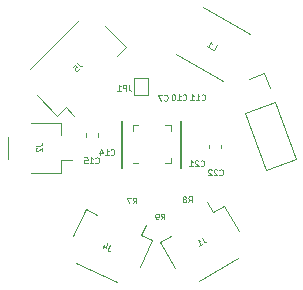
<source format=gbr>
%TF.GenerationSoftware,KiCad,Pcbnew,(5.1.5)-3*%
%TF.CreationDate,2021-10-31T01:47:11+08:00*%
%TF.ProjectId,STM32_FOC,53544d33-325f-4464-9f43-2e6b69636164,rev?*%
%TF.SameCoordinates,Original*%
%TF.FileFunction,Legend,Bot*%
%TF.FilePolarity,Positive*%
%FSLAX46Y46*%
G04 Gerber Fmt 4.6, Leading zero omitted, Abs format (unit mm)*
G04 Created by KiCad (PCBNEW (5.1.5)-3) date 2021-10-31 01:47:11*
%MOMM*%
%LPD*%
G04 APERTURE LIST*
%ADD10C,0.127000*%
%ADD11C,0.120000*%
%ADD12C,0.100000*%
%ADD13R,0.702000X1.502000*%
%ADD14R,0.702000X1.202000*%
%ADD15R,0.702000X1.302000*%
%ADD16C,1.802000*%
G04 APERTURE END LIST*
D10*
%TO.C,U3*%
X102500000Y-102000000D02*
X102500000Y-98000000D01*
X97500000Y-98000000D02*
X97500000Y-102000000D01*
D11*
X98865000Y-98390000D02*
X98390000Y-98390000D01*
X101135000Y-101610000D02*
X101610000Y-101610000D01*
X98865000Y-101610000D02*
X98390000Y-101610000D01*
X101610000Y-98390000D02*
X101610000Y-98865000D01*
X98390000Y-98390000D02*
X98390000Y-98865000D01*
X101610000Y-101610000D02*
X101610000Y-101135000D01*
X101135000Y-98390000D02*
X101610000Y-98390000D01*
%TO.C,JP1*%
X98500000Y-94400000D02*
X99700000Y-94400000D01*
X98500000Y-95800000D02*
X98500000Y-94400000D01*
X99700000Y-95800000D02*
X98500000Y-95800000D01*
X99700000Y-95800000D02*
X99700000Y-94400000D01*
%TO.C,J1*%
X107350839Y-107364208D02*
X106100839Y-105199145D01*
X106100839Y-105199145D02*
X105191512Y-105724145D01*
X105191512Y-105724145D02*
X104696512Y-104866780D01*
X101964161Y-110474208D02*
X100714161Y-108309145D01*
X100714161Y-108309145D02*
X101623488Y-107784145D01*
X107322589Y-109655278D02*
X103962411Y-111595278D01*
%TO.C,J5*%
X90238210Y-95850628D02*
X92005977Y-97618394D01*
X92005977Y-97618394D02*
X92748439Y-96875932D01*
X92748439Y-96875932D02*
X93448475Y-97575968D01*
X96050628Y-90038210D02*
X97818394Y-91805977D01*
X97818394Y-91805977D02*
X97075932Y-92548439D01*
X89672524Y-93630312D02*
X93830312Y-89472524D01*
%TO.C,C22*%
X105860000Y-100362779D02*
X105860000Y-100037221D01*
X104840000Y-100362779D02*
X104840000Y-100037221D01*
%TO.C,L1*%
X105986858Y-94677314D02*
X102003142Y-92377314D01*
X108300519Y-90689936D02*
X104308142Y-88384936D01*
%TO.C,J4*%
X97073507Y-111703316D02*
X93557033Y-110063557D01*
X94385756Y-105517898D02*
X95337380Y-105961647D01*
X93329211Y-107783667D02*
X94385756Y-105517898D01*
X99071368Y-107702834D02*
X99489760Y-106805590D01*
X100022991Y-108146583D02*
X99071368Y-107702834D01*
X98966445Y-110412353D02*
X100022991Y-108146583D01*
%TO.C,J2*%
X87815000Y-101240000D02*
X87815000Y-99360000D01*
X92285000Y-98190000D02*
X92285000Y-99240000D01*
X89785000Y-98190000D02*
X92285000Y-98190000D01*
X92285000Y-101360000D02*
X93275000Y-101360000D01*
X92285000Y-102410000D02*
X92285000Y-101360000D01*
X89785000Y-102410000D02*
X92285000Y-102410000D01*
%TO.C,J3*%
X109514904Y-94015322D02*
X108265113Y-94470209D01*
X109969791Y-95265113D02*
X109514904Y-94015322D01*
X110404157Y-96458523D02*
X107904574Y-97368296D01*
X107904574Y-97368296D02*
X109662558Y-102198316D01*
X110404157Y-96458523D02*
X112162140Y-101288543D01*
X112162140Y-101288543D02*
X109662558Y-102198316D01*
%TO.C,C15*%
X95410000Y-99362779D02*
X95410000Y-99037221D01*
X94390000Y-99362779D02*
X94390000Y-99037221D01*
%TO.C,U3*%
D12*
X100360952Y-99716190D02*
X100360952Y-100120952D01*
X100337142Y-100168571D01*
X100313333Y-100192380D01*
X100265714Y-100216190D01*
X100170476Y-100216190D01*
X100122857Y-100192380D01*
X100099047Y-100168571D01*
X100075238Y-100120952D01*
X100075238Y-99716190D01*
X99884761Y-99716190D02*
X99575238Y-99716190D01*
X99741904Y-99906666D01*
X99670476Y-99906666D01*
X99622857Y-99930476D01*
X99599047Y-99954285D01*
X99575238Y-100001904D01*
X99575238Y-100120952D01*
X99599047Y-100168571D01*
X99622857Y-100192380D01*
X99670476Y-100216190D01*
X99813333Y-100216190D01*
X99860952Y-100192380D01*
X99884761Y-100168571D01*
%TO.C,JP1*%
X98066666Y-94976190D02*
X98066666Y-95333333D01*
X98090476Y-95404761D01*
X98138095Y-95452380D01*
X98209523Y-95476190D01*
X98257142Y-95476190D01*
X97828571Y-95476190D02*
X97828571Y-94976190D01*
X97638095Y-94976190D01*
X97590476Y-95000000D01*
X97566666Y-95023809D01*
X97542857Y-95071428D01*
X97542857Y-95142857D01*
X97566666Y-95190476D01*
X97590476Y-95214285D01*
X97638095Y-95238095D01*
X97828571Y-95238095D01*
X97066666Y-95476190D02*
X97352380Y-95476190D01*
X97209523Y-95476190D02*
X97209523Y-94976190D01*
X97257142Y-95047619D01*
X97304761Y-95095238D01*
X97352380Y-95119047D01*
%TO.C,J1*%
X104207432Y-107929540D02*
X104386004Y-108238835D01*
X104442338Y-108288789D01*
X104507387Y-108306219D01*
X104581150Y-108291124D01*
X104622390Y-108267315D01*
X104024420Y-108612553D02*
X104271855Y-108469696D01*
X104148138Y-108541124D02*
X103898138Y-108108112D01*
X103975091Y-108146161D01*
X104040140Y-108163591D01*
X104093284Y-108160401D01*
%TO.C,R9*%
X100783333Y-106376190D02*
X100950000Y-106138095D01*
X101069047Y-106376190D02*
X101069047Y-105876190D01*
X100878571Y-105876190D01*
X100830952Y-105900000D01*
X100807142Y-105923809D01*
X100783333Y-105971428D01*
X100783333Y-106042857D01*
X100807142Y-106090476D01*
X100830952Y-106114285D01*
X100878571Y-106138095D01*
X101069047Y-106138095D01*
X100545238Y-106376190D02*
X100450000Y-106376190D01*
X100402380Y-106352380D01*
X100378571Y-106328571D01*
X100330952Y-106257142D01*
X100307142Y-106161904D01*
X100307142Y-105971428D01*
X100330952Y-105923809D01*
X100354761Y-105900000D01*
X100402380Y-105876190D01*
X100497619Y-105876190D01*
X100545238Y-105900000D01*
X100569047Y-105923809D01*
X100592857Y-105971428D01*
X100592857Y-106090476D01*
X100569047Y-106138095D01*
X100545238Y-106161904D01*
X100497619Y-106185714D01*
X100402380Y-106185714D01*
X100354761Y-106161904D01*
X100330952Y-106138095D01*
X100307142Y-106090476D01*
%TO.C,R8*%
X103083333Y-104926190D02*
X103250000Y-104688095D01*
X103369047Y-104926190D02*
X103369047Y-104426190D01*
X103178571Y-104426190D01*
X103130952Y-104450000D01*
X103107142Y-104473809D01*
X103083333Y-104521428D01*
X103083333Y-104592857D01*
X103107142Y-104640476D01*
X103130952Y-104664285D01*
X103178571Y-104688095D01*
X103369047Y-104688095D01*
X102797619Y-104640476D02*
X102845238Y-104616666D01*
X102869047Y-104592857D01*
X102892857Y-104545238D01*
X102892857Y-104521428D01*
X102869047Y-104473809D01*
X102845238Y-104450000D01*
X102797619Y-104426190D01*
X102702380Y-104426190D01*
X102654761Y-104450000D01*
X102630952Y-104473809D01*
X102607142Y-104521428D01*
X102607142Y-104545238D01*
X102630952Y-104592857D01*
X102654761Y-104616666D01*
X102702380Y-104640476D01*
X102797619Y-104640476D01*
X102845238Y-104664285D01*
X102869047Y-104688095D01*
X102892857Y-104735714D01*
X102892857Y-104830952D01*
X102869047Y-104878571D01*
X102845238Y-104902380D01*
X102797619Y-104926190D01*
X102702380Y-104926190D01*
X102654761Y-104902380D01*
X102630952Y-104878571D01*
X102607142Y-104830952D01*
X102607142Y-104735714D01*
X102630952Y-104688095D01*
X102654761Y-104664285D01*
X102702380Y-104640476D01*
%TO.C,R7*%
X98383333Y-105026190D02*
X98550000Y-104788095D01*
X98669047Y-105026190D02*
X98669047Y-104526190D01*
X98478571Y-104526190D01*
X98430952Y-104550000D01*
X98407142Y-104573809D01*
X98383333Y-104621428D01*
X98383333Y-104692857D01*
X98407142Y-104740476D01*
X98430952Y-104764285D01*
X98478571Y-104788095D01*
X98669047Y-104788095D01*
X98216666Y-104526190D02*
X97883333Y-104526190D01*
X98097619Y-105026190D01*
%TO.C,C21*%
X104121428Y-101828571D02*
X104145238Y-101852380D01*
X104216666Y-101876190D01*
X104264285Y-101876190D01*
X104335714Y-101852380D01*
X104383333Y-101804761D01*
X104407142Y-101757142D01*
X104430952Y-101661904D01*
X104430952Y-101590476D01*
X104407142Y-101495238D01*
X104383333Y-101447619D01*
X104335714Y-101400000D01*
X104264285Y-101376190D01*
X104216666Y-101376190D01*
X104145238Y-101400000D01*
X104121428Y-101423809D01*
X103930952Y-101423809D02*
X103907142Y-101400000D01*
X103859523Y-101376190D01*
X103740476Y-101376190D01*
X103692857Y-101400000D01*
X103669047Y-101423809D01*
X103645238Y-101471428D01*
X103645238Y-101519047D01*
X103669047Y-101590476D01*
X103954761Y-101876190D01*
X103645238Y-101876190D01*
X103169047Y-101876190D02*
X103454761Y-101876190D01*
X103311904Y-101876190D02*
X103311904Y-101376190D01*
X103359523Y-101447619D01*
X103407142Y-101495238D01*
X103454761Y-101519047D01*
%TO.C,C14*%
X96521428Y-100878571D02*
X96545238Y-100902380D01*
X96616666Y-100926190D01*
X96664285Y-100926190D01*
X96735714Y-100902380D01*
X96783333Y-100854761D01*
X96807142Y-100807142D01*
X96830952Y-100711904D01*
X96830952Y-100640476D01*
X96807142Y-100545238D01*
X96783333Y-100497619D01*
X96735714Y-100450000D01*
X96664285Y-100426190D01*
X96616666Y-100426190D01*
X96545238Y-100450000D01*
X96521428Y-100473809D01*
X96045238Y-100926190D02*
X96330952Y-100926190D01*
X96188095Y-100926190D02*
X96188095Y-100426190D01*
X96235714Y-100497619D01*
X96283333Y-100545238D01*
X96330952Y-100569047D01*
X95616666Y-100592857D02*
X95616666Y-100926190D01*
X95735714Y-100402380D02*
X95854761Y-100759523D01*
X95545238Y-100759523D01*
%TO.C,C11*%
X104221428Y-96228571D02*
X104245238Y-96252380D01*
X104316666Y-96276190D01*
X104364285Y-96276190D01*
X104435714Y-96252380D01*
X104483333Y-96204761D01*
X104507142Y-96157142D01*
X104530952Y-96061904D01*
X104530952Y-95990476D01*
X104507142Y-95895238D01*
X104483333Y-95847619D01*
X104435714Y-95800000D01*
X104364285Y-95776190D01*
X104316666Y-95776190D01*
X104245238Y-95800000D01*
X104221428Y-95823809D01*
X103745238Y-96276190D02*
X104030952Y-96276190D01*
X103888095Y-96276190D02*
X103888095Y-95776190D01*
X103935714Y-95847619D01*
X103983333Y-95895238D01*
X104030952Y-95919047D01*
X103269047Y-96276190D02*
X103554761Y-96276190D01*
X103411904Y-96276190D02*
X103411904Y-95776190D01*
X103459523Y-95847619D01*
X103507142Y-95895238D01*
X103554761Y-95919047D01*
%TO.C,C10*%
X102621428Y-96228571D02*
X102645238Y-96252380D01*
X102716666Y-96276190D01*
X102764285Y-96276190D01*
X102835714Y-96252380D01*
X102883333Y-96204761D01*
X102907142Y-96157142D01*
X102930952Y-96061904D01*
X102930952Y-95990476D01*
X102907142Y-95895238D01*
X102883333Y-95847619D01*
X102835714Y-95800000D01*
X102764285Y-95776190D01*
X102716666Y-95776190D01*
X102645238Y-95800000D01*
X102621428Y-95823809D01*
X102145238Y-96276190D02*
X102430952Y-96276190D01*
X102288095Y-96276190D02*
X102288095Y-95776190D01*
X102335714Y-95847619D01*
X102383333Y-95895238D01*
X102430952Y-95919047D01*
X101835714Y-95776190D02*
X101788095Y-95776190D01*
X101740476Y-95800000D01*
X101716666Y-95823809D01*
X101692857Y-95871428D01*
X101669047Y-95966666D01*
X101669047Y-96085714D01*
X101692857Y-96180952D01*
X101716666Y-96228571D01*
X101740476Y-96252380D01*
X101788095Y-96276190D01*
X101835714Y-96276190D01*
X101883333Y-96252380D01*
X101907142Y-96228571D01*
X101930952Y-96180952D01*
X101954761Y-96085714D01*
X101954761Y-95966666D01*
X101930952Y-95871428D01*
X101907142Y-95823809D01*
X101883333Y-95800000D01*
X101835714Y-95776190D01*
%TO.C,C7*%
X101033333Y-96278571D02*
X101057142Y-96302380D01*
X101128571Y-96326190D01*
X101176190Y-96326190D01*
X101247619Y-96302380D01*
X101295238Y-96254761D01*
X101319047Y-96207142D01*
X101342857Y-96111904D01*
X101342857Y-96040476D01*
X101319047Y-95945238D01*
X101295238Y-95897619D01*
X101247619Y-95850000D01*
X101176190Y-95826190D01*
X101128571Y-95826190D01*
X101057142Y-95850000D01*
X101033333Y-95873809D01*
X100866666Y-95826190D02*
X100533333Y-95826190D01*
X100747619Y-96326190D01*
%TO.C,J5*%
X93624238Y-93138536D02*
X93876776Y-93391074D01*
X93944120Y-93424746D01*
X94011463Y-93424746D01*
X94078807Y-93391074D01*
X94112478Y-93357402D01*
X93287521Y-93475253D02*
X93455879Y-93306895D01*
X93641074Y-93458417D01*
X93607402Y-93458417D01*
X93556895Y-93475253D01*
X93472715Y-93559433D01*
X93455879Y-93609940D01*
X93455879Y-93643612D01*
X93472715Y-93694120D01*
X93556895Y-93778299D01*
X93607402Y-93795135D01*
X93641074Y-93795135D01*
X93691582Y-93778299D01*
X93775761Y-93694120D01*
X93792597Y-93643612D01*
X93792597Y-93609940D01*
%TO.C,C22*%
X105721428Y-102578571D02*
X105745238Y-102602380D01*
X105816666Y-102626190D01*
X105864285Y-102626190D01*
X105935714Y-102602380D01*
X105983333Y-102554761D01*
X106007142Y-102507142D01*
X106030952Y-102411904D01*
X106030952Y-102340476D01*
X106007142Y-102245238D01*
X105983333Y-102197619D01*
X105935714Y-102150000D01*
X105864285Y-102126190D01*
X105816666Y-102126190D01*
X105745238Y-102150000D01*
X105721428Y-102173809D01*
X105530952Y-102173809D02*
X105507142Y-102150000D01*
X105459523Y-102126190D01*
X105340476Y-102126190D01*
X105292857Y-102150000D01*
X105269047Y-102173809D01*
X105245238Y-102221428D01*
X105245238Y-102269047D01*
X105269047Y-102340476D01*
X105554761Y-102626190D01*
X105245238Y-102626190D01*
X105054761Y-102173809D02*
X105030952Y-102150000D01*
X104983333Y-102126190D01*
X104864285Y-102126190D01*
X104816666Y-102150000D01*
X104792857Y-102173809D01*
X104769047Y-102221428D01*
X104769047Y-102269047D01*
X104792857Y-102340476D01*
X105078571Y-102626190D01*
X104769047Y-102626190D01*
%TO.C,L1*%
X105028769Y-91934080D02*
X105234966Y-92053127D01*
X105484966Y-91620115D01*
X104657615Y-91719794D02*
X104905051Y-91862651D01*
X104781333Y-91791223D02*
X105031333Y-91358210D01*
X105036858Y-91443879D01*
X105054288Y-91508927D01*
X105083623Y-91553357D01*
%TO.C,J4*%
X96464932Y-108552063D02*
X96313997Y-108875745D01*
X96305388Y-108950543D01*
X96328421Y-109013825D01*
X96383095Y-109065591D01*
X96426253Y-109085716D01*
X95984499Y-108511930D02*
X95843626Y-108814033D01*
X96172891Y-108389612D02*
X96129850Y-108763605D01*
X95849326Y-108632794D01*
%TO.C,J2*%
X90186190Y-100123333D02*
X90543333Y-100123333D01*
X90614761Y-100099523D01*
X90662380Y-100051904D01*
X90686190Y-99980476D01*
X90686190Y-99932857D01*
X90233809Y-100337619D02*
X90210000Y-100361428D01*
X90186190Y-100409047D01*
X90186190Y-100528095D01*
X90210000Y-100575714D01*
X90233809Y-100599523D01*
X90281428Y-100623333D01*
X90329047Y-100623333D01*
X90400476Y-100599523D01*
X90686190Y-100313809D01*
X90686190Y-100623333D01*
%TO.C,C15*%
X95221428Y-101578571D02*
X95245238Y-101602380D01*
X95316666Y-101626190D01*
X95364285Y-101626190D01*
X95435714Y-101602380D01*
X95483333Y-101554761D01*
X95507142Y-101507142D01*
X95530952Y-101411904D01*
X95530952Y-101340476D01*
X95507142Y-101245238D01*
X95483333Y-101197619D01*
X95435714Y-101150000D01*
X95364285Y-101126190D01*
X95316666Y-101126190D01*
X95245238Y-101150000D01*
X95221428Y-101173809D01*
X94745238Y-101626190D02*
X95030952Y-101626190D01*
X94888095Y-101626190D02*
X94888095Y-101126190D01*
X94935714Y-101197619D01*
X94983333Y-101245238D01*
X95030952Y-101269047D01*
X94292857Y-101126190D02*
X94530952Y-101126190D01*
X94554761Y-101364285D01*
X94530952Y-101340476D01*
X94483333Y-101316666D01*
X94364285Y-101316666D01*
X94316666Y-101340476D01*
X94292857Y-101364285D01*
X94269047Y-101411904D01*
X94269047Y-101530952D01*
X94292857Y-101578571D01*
X94316666Y-101602380D01*
X94364285Y-101626190D01*
X94483333Y-101626190D01*
X94530952Y-101602380D01*
X94554761Y-101578571D01*
%TD*%
%LPC*%
D13*
%TO.C,U3*%
X98095000Y-97300000D03*
D14*
X99365000Y-97150000D03*
D13*
X101905000Y-97300000D03*
X101905000Y-102700000D03*
D15*
X100635000Y-102800000D03*
X99365000Y-102800000D03*
D13*
X98095000Y-102700000D03*
D12*
G36*
X99346626Y-98074424D02*
G01*
X99355168Y-98075691D01*
X99363545Y-98077789D01*
X99371676Y-98080699D01*
X99379483Y-98084391D01*
X99386890Y-98088831D01*
X99393827Y-98093975D01*
X99400225Y-98099775D01*
X99406025Y-98106173D01*
X99411169Y-98113110D01*
X99415609Y-98120517D01*
X99419301Y-98128324D01*
X99422211Y-98136455D01*
X99424309Y-98144832D01*
X99425576Y-98153374D01*
X99426000Y-98162000D01*
X99426000Y-98963000D01*
X99425576Y-98971626D01*
X99424309Y-98980168D01*
X99422211Y-98988545D01*
X99419301Y-98996676D01*
X99415609Y-99004483D01*
X99411169Y-99011890D01*
X99406025Y-99018827D01*
X99400225Y-99025225D01*
X99393827Y-99031025D01*
X99386890Y-99036169D01*
X99379483Y-99040609D01*
X99371676Y-99044301D01*
X99363545Y-99047211D01*
X99355168Y-99049309D01*
X99346626Y-99050576D01*
X99338000Y-99051000D01*
X99162000Y-99051000D01*
X99153374Y-99050576D01*
X99144832Y-99049309D01*
X99136455Y-99047211D01*
X99128324Y-99044301D01*
X99120517Y-99040609D01*
X99113110Y-99036169D01*
X99106173Y-99031025D01*
X99099775Y-99025225D01*
X99093975Y-99018827D01*
X99088831Y-99011890D01*
X99084391Y-99004483D01*
X99080699Y-98996676D01*
X99077789Y-98988545D01*
X99075691Y-98980168D01*
X99074424Y-98971626D01*
X99074000Y-98963000D01*
X99074000Y-98162000D01*
X99074424Y-98153374D01*
X99075691Y-98144832D01*
X99077789Y-98136455D01*
X99080699Y-98128324D01*
X99084391Y-98120517D01*
X99088831Y-98113110D01*
X99093975Y-98106173D01*
X99099775Y-98099775D01*
X99106173Y-98093975D01*
X99113110Y-98088831D01*
X99120517Y-98084391D01*
X99128324Y-98080699D01*
X99136455Y-98077789D01*
X99144832Y-98075691D01*
X99153374Y-98074424D01*
X99162000Y-98074000D01*
X99338000Y-98074000D01*
X99346626Y-98074424D01*
G37*
G36*
X98971626Y-100574424D02*
G01*
X98980168Y-100575691D01*
X98988545Y-100577789D01*
X98996676Y-100580699D01*
X99004483Y-100584391D01*
X99011890Y-100588831D01*
X99018827Y-100593975D01*
X99025225Y-100599775D01*
X99031025Y-100606173D01*
X99036169Y-100613110D01*
X99040609Y-100620517D01*
X99044301Y-100628324D01*
X99047211Y-100636455D01*
X99049309Y-100644832D01*
X99050576Y-100653374D01*
X99051000Y-100662000D01*
X99051000Y-100838000D01*
X99050576Y-100846626D01*
X99049309Y-100855168D01*
X99047211Y-100863545D01*
X99044301Y-100871676D01*
X99040609Y-100879483D01*
X99036169Y-100886890D01*
X99031025Y-100893827D01*
X99025225Y-100900225D01*
X99018827Y-100906025D01*
X99011890Y-100911169D01*
X99004483Y-100915609D01*
X98996676Y-100919301D01*
X98988545Y-100922211D01*
X98980168Y-100924309D01*
X98971626Y-100925576D01*
X98963000Y-100926000D01*
X98162000Y-100926000D01*
X98153374Y-100925576D01*
X98144832Y-100924309D01*
X98136455Y-100922211D01*
X98128324Y-100919301D01*
X98120517Y-100915609D01*
X98113110Y-100911169D01*
X98106173Y-100906025D01*
X98099775Y-100900225D01*
X98093975Y-100893827D01*
X98088831Y-100886890D01*
X98084391Y-100879483D01*
X98080699Y-100871676D01*
X98077789Y-100863545D01*
X98075691Y-100855168D01*
X98074424Y-100846626D01*
X98074000Y-100838000D01*
X98074000Y-100662000D01*
X98074424Y-100653374D01*
X98075691Y-100644832D01*
X98077789Y-100636455D01*
X98080699Y-100628324D01*
X98084391Y-100620517D01*
X98088831Y-100613110D01*
X98093975Y-100606173D01*
X98099775Y-100599775D01*
X98106173Y-100593975D01*
X98113110Y-100588831D01*
X98120517Y-100584391D01*
X98128324Y-100580699D01*
X98136455Y-100577789D01*
X98144832Y-100575691D01*
X98153374Y-100574424D01*
X98162000Y-100574000D01*
X98963000Y-100574000D01*
X98971626Y-100574424D01*
G37*
G36*
X100846626Y-98074424D02*
G01*
X100855168Y-98075691D01*
X100863545Y-98077789D01*
X100871676Y-98080699D01*
X100879483Y-98084391D01*
X100886890Y-98088831D01*
X100893827Y-98093975D01*
X100900225Y-98099775D01*
X100906025Y-98106173D01*
X100911169Y-98113110D01*
X100915609Y-98120517D01*
X100919301Y-98128324D01*
X100922211Y-98136455D01*
X100924309Y-98144832D01*
X100925576Y-98153374D01*
X100926000Y-98162000D01*
X100926000Y-98963000D01*
X100925576Y-98971626D01*
X100924309Y-98980168D01*
X100922211Y-98988545D01*
X100919301Y-98996676D01*
X100915609Y-99004483D01*
X100911169Y-99011890D01*
X100906025Y-99018827D01*
X100900225Y-99025225D01*
X100893827Y-99031025D01*
X100886890Y-99036169D01*
X100879483Y-99040609D01*
X100871676Y-99044301D01*
X100863545Y-99047211D01*
X100855168Y-99049309D01*
X100846626Y-99050576D01*
X100838000Y-99051000D01*
X100662000Y-99051000D01*
X100653374Y-99050576D01*
X100644832Y-99049309D01*
X100636455Y-99047211D01*
X100628324Y-99044301D01*
X100620517Y-99040609D01*
X100613110Y-99036169D01*
X100606173Y-99031025D01*
X100599775Y-99025225D01*
X100593975Y-99018827D01*
X100588831Y-99011890D01*
X100584391Y-99004483D01*
X100580699Y-98996676D01*
X100577789Y-98988545D01*
X100575691Y-98980168D01*
X100574424Y-98971626D01*
X100574000Y-98963000D01*
X100574000Y-98162000D01*
X100574424Y-98153374D01*
X100575691Y-98144832D01*
X100577789Y-98136455D01*
X100580699Y-98128324D01*
X100584391Y-98120517D01*
X100588831Y-98113110D01*
X100593975Y-98106173D01*
X100599775Y-98099775D01*
X100606173Y-98093975D01*
X100613110Y-98088831D01*
X100620517Y-98084391D01*
X100628324Y-98080699D01*
X100636455Y-98077789D01*
X100644832Y-98075691D01*
X100653374Y-98074424D01*
X100662000Y-98074000D01*
X100838000Y-98074000D01*
X100846626Y-98074424D01*
G37*
G36*
X101846626Y-99074424D02*
G01*
X101855168Y-99075691D01*
X101863545Y-99077789D01*
X101871676Y-99080699D01*
X101879483Y-99084391D01*
X101886890Y-99088831D01*
X101893827Y-99093975D01*
X101900225Y-99099775D01*
X101906025Y-99106173D01*
X101911169Y-99113110D01*
X101915609Y-99120517D01*
X101919301Y-99128324D01*
X101922211Y-99136455D01*
X101924309Y-99144832D01*
X101925576Y-99153374D01*
X101926000Y-99162000D01*
X101926000Y-99338000D01*
X101925576Y-99346626D01*
X101924309Y-99355168D01*
X101922211Y-99363545D01*
X101919301Y-99371676D01*
X101915609Y-99379483D01*
X101911169Y-99386890D01*
X101906025Y-99393827D01*
X101900225Y-99400225D01*
X101893827Y-99406025D01*
X101886890Y-99411169D01*
X101879483Y-99415609D01*
X101871676Y-99419301D01*
X101863545Y-99422211D01*
X101855168Y-99424309D01*
X101846626Y-99425576D01*
X101838000Y-99426000D01*
X101037000Y-99426000D01*
X101028374Y-99425576D01*
X101019832Y-99424309D01*
X101011455Y-99422211D01*
X101003324Y-99419301D01*
X100995517Y-99415609D01*
X100988110Y-99411169D01*
X100981173Y-99406025D01*
X100974775Y-99400225D01*
X100968975Y-99393827D01*
X100963831Y-99386890D01*
X100959391Y-99379483D01*
X100955699Y-99371676D01*
X100952789Y-99363545D01*
X100950691Y-99355168D01*
X100949424Y-99346626D01*
X100949000Y-99338000D01*
X100949000Y-99162000D01*
X100949424Y-99153374D01*
X100950691Y-99144832D01*
X100952789Y-99136455D01*
X100955699Y-99128324D01*
X100959391Y-99120517D01*
X100963831Y-99113110D01*
X100968975Y-99106173D01*
X100974775Y-99099775D01*
X100981173Y-99093975D01*
X100988110Y-99088831D01*
X100995517Y-99084391D01*
X101003324Y-99080699D01*
X101011455Y-99077789D01*
X101019832Y-99075691D01*
X101028374Y-99074424D01*
X101037000Y-99074000D01*
X101838000Y-99074000D01*
X101846626Y-99074424D01*
G37*
G36*
X98971626Y-99574424D02*
G01*
X98980168Y-99575691D01*
X98988545Y-99577789D01*
X98996676Y-99580699D01*
X99004483Y-99584391D01*
X99011890Y-99588831D01*
X99018827Y-99593975D01*
X99025225Y-99599775D01*
X99031025Y-99606173D01*
X99036169Y-99613110D01*
X99040609Y-99620517D01*
X99044301Y-99628324D01*
X99047211Y-99636455D01*
X99049309Y-99644832D01*
X99050576Y-99653374D01*
X99051000Y-99662000D01*
X99051000Y-99838000D01*
X99050576Y-99846626D01*
X99049309Y-99855168D01*
X99047211Y-99863545D01*
X99044301Y-99871676D01*
X99040609Y-99879483D01*
X99036169Y-99886890D01*
X99031025Y-99893827D01*
X99025225Y-99900225D01*
X99018827Y-99906025D01*
X99011890Y-99911169D01*
X99004483Y-99915609D01*
X98996676Y-99919301D01*
X98988545Y-99922211D01*
X98980168Y-99924309D01*
X98971626Y-99925576D01*
X98963000Y-99926000D01*
X98162000Y-99926000D01*
X98153374Y-99925576D01*
X98144832Y-99924309D01*
X98136455Y-99922211D01*
X98128324Y-99919301D01*
X98120517Y-99915609D01*
X98113110Y-99911169D01*
X98106173Y-99906025D01*
X98099775Y-99900225D01*
X98093975Y-99893827D01*
X98088831Y-99886890D01*
X98084391Y-99879483D01*
X98080699Y-99871676D01*
X98077789Y-99863545D01*
X98075691Y-99855168D01*
X98074424Y-99846626D01*
X98074000Y-99838000D01*
X98074000Y-99662000D01*
X98074424Y-99653374D01*
X98075691Y-99644832D01*
X98077789Y-99636455D01*
X98080699Y-99628324D01*
X98084391Y-99620517D01*
X98088831Y-99613110D01*
X98093975Y-99606173D01*
X98099775Y-99599775D01*
X98106173Y-99593975D01*
X98113110Y-99588831D01*
X98120517Y-99584391D01*
X98128324Y-99580699D01*
X98136455Y-99577789D01*
X98144832Y-99575691D01*
X98153374Y-99574424D01*
X98162000Y-99574000D01*
X98963000Y-99574000D01*
X98971626Y-99574424D01*
G37*
G36*
X100517979Y-99250244D02*
G01*
X100543057Y-99253964D01*
X100567650Y-99260124D01*
X100591521Y-99268665D01*
X100614439Y-99279505D01*
X100636185Y-99292539D01*
X100656548Y-99307641D01*
X100675333Y-99324667D01*
X100692359Y-99343452D01*
X100707461Y-99363815D01*
X100720495Y-99385561D01*
X100731335Y-99408479D01*
X100739876Y-99432350D01*
X100746036Y-99456943D01*
X100749756Y-99482021D01*
X100751000Y-99507343D01*
X100751000Y-100492657D01*
X100749756Y-100517979D01*
X100746036Y-100543057D01*
X100739876Y-100567650D01*
X100731335Y-100591521D01*
X100720495Y-100614439D01*
X100707461Y-100636185D01*
X100692359Y-100656548D01*
X100675333Y-100675333D01*
X100656548Y-100692359D01*
X100636185Y-100707461D01*
X100614439Y-100720495D01*
X100591521Y-100731335D01*
X100567650Y-100739876D01*
X100543057Y-100746036D01*
X100517979Y-100749756D01*
X100492657Y-100751000D01*
X99507343Y-100751000D01*
X99482021Y-100749756D01*
X99456943Y-100746036D01*
X99432350Y-100739876D01*
X99408479Y-100731335D01*
X99385561Y-100720495D01*
X99363815Y-100707461D01*
X99343452Y-100692359D01*
X99324667Y-100675333D01*
X99307641Y-100656548D01*
X99292539Y-100636185D01*
X99279505Y-100614439D01*
X99268665Y-100591521D01*
X99260124Y-100567650D01*
X99253964Y-100543057D01*
X99250244Y-100517979D01*
X99249000Y-100492657D01*
X99249000Y-99507343D01*
X99250244Y-99482021D01*
X99253964Y-99456943D01*
X99260124Y-99432350D01*
X99268665Y-99408479D01*
X99279505Y-99385561D01*
X99292539Y-99363815D01*
X99307641Y-99343452D01*
X99324667Y-99324667D01*
X99343452Y-99307641D01*
X99363815Y-99292539D01*
X99385561Y-99279505D01*
X99408479Y-99268665D01*
X99432350Y-99260124D01*
X99456943Y-99253964D01*
X99482021Y-99250244D01*
X99507343Y-99249000D01*
X100492657Y-99249000D01*
X100517979Y-99250244D01*
G37*
G36*
X101846626Y-100574424D02*
G01*
X101855168Y-100575691D01*
X101863545Y-100577789D01*
X101871676Y-100580699D01*
X101879483Y-100584391D01*
X101886890Y-100588831D01*
X101893827Y-100593975D01*
X101900225Y-100599775D01*
X101906025Y-100606173D01*
X101911169Y-100613110D01*
X101915609Y-100620517D01*
X101919301Y-100628324D01*
X101922211Y-100636455D01*
X101924309Y-100644832D01*
X101925576Y-100653374D01*
X101926000Y-100662000D01*
X101926000Y-100838000D01*
X101925576Y-100846626D01*
X101924309Y-100855168D01*
X101922211Y-100863545D01*
X101919301Y-100871676D01*
X101915609Y-100879483D01*
X101911169Y-100886890D01*
X101906025Y-100893827D01*
X101900225Y-100900225D01*
X101893827Y-100906025D01*
X101886890Y-100911169D01*
X101879483Y-100915609D01*
X101871676Y-100919301D01*
X101863545Y-100922211D01*
X101855168Y-100924309D01*
X101846626Y-100925576D01*
X101838000Y-100926000D01*
X101037000Y-100926000D01*
X101028374Y-100925576D01*
X101019832Y-100924309D01*
X101011455Y-100922211D01*
X101003324Y-100919301D01*
X100995517Y-100915609D01*
X100988110Y-100911169D01*
X100981173Y-100906025D01*
X100974775Y-100900225D01*
X100968975Y-100893827D01*
X100963831Y-100886890D01*
X100959391Y-100879483D01*
X100955699Y-100871676D01*
X100952789Y-100863545D01*
X100950691Y-100855168D01*
X100949424Y-100846626D01*
X100949000Y-100838000D01*
X100949000Y-100662000D01*
X100949424Y-100653374D01*
X100950691Y-100644832D01*
X100952789Y-100636455D01*
X100955699Y-100628324D01*
X100959391Y-100620517D01*
X100963831Y-100613110D01*
X100968975Y-100606173D01*
X100974775Y-100599775D01*
X100981173Y-100593975D01*
X100988110Y-100588831D01*
X100995517Y-100584391D01*
X101003324Y-100580699D01*
X101011455Y-100577789D01*
X101019832Y-100575691D01*
X101028374Y-100574424D01*
X101037000Y-100574000D01*
X101838000Y-100574000D01*
X101846626Y-100574424D01*
G37*
G36*
X100846626Y-100949424D02*
G01*
X100855168Y-100950691D01*
X100863545Y-100952789D01*
X100871676Y-100955699D01*
X100879483Y-100959391D01*
X100886890Y-100963831D01*
X100893827Y-100968975D01*
X100900225Y-100974775D01*
X100906025Y-100981173D01*
X100911169Y-100988110D01*
X100915609Y-100995517D01*
X100919301Y-101003324D01*
X100922211Y-101011455D01*
X100924309Y-101019832D01*
X100925576Y-101028374D01*
X100926000Y-101037000D01*
X100926000Y-101838000D01*
X100925576Y-101846626D01*
X100924309Y-101855168D01*
X100922211Y-101863545D01*
X100919301Y-101871676D01*
X100915609Y-101879483D01*
X100911169Y-101886890D01*
X100906025Y-101893827D01*
X100900225Y-101900225D01*
X100893827Y-101906025D01*
X100886890Y-101911169D01*
X100879483Y-101915609D01*
X100871676Y-101919301D01*
X100863545Y-101922211D01*
X100855168Y-101924309D01*
X100846626Y-101925576D01*
X100838000Y-101926000D01*
X100662000Y-101926000D01*
X100653374Y-101925576D01*
X100644832Y-101924309D01*
X100636455Y-101922211D01*
X100628324Y-101919301D01*
X100620517Y-101915609D01*
X100613110Y-101911169D01*
X100606173Y-101906025D01*
X100599775Y-101900225D01*
X100593975Y-101893827D01*
X100588831Y-101886890D01*
X100584391Y-101879483D01*
X100580699Y-101871676D01*
X100577789Y-101863545D01*
X100575691Y-101855168D01*
X100574424Y-101846626D01*
X100574000Y-101838000D01*
X100574000Y-101037000D01*
X100574424Y-101028374D01*
X100575691Y-101019832D01*
X100577789Y-101011455D01*
X100580699Y-101003324D01*
X100584391Y-100995517D01*
X100588831Y-100988110D01*
X100593975Y-100981173D01*
X100599775Y-100974775D01*
X100606173Y-100968975D01*
X100613110Y-100963831D01*
X100620517Y-100959391D01*
X100628324Y-100955699D01*
X100636455Y-100952789D01*
X100644832Y-100950691D01*
X100653374Y-100949424D01*
X100662000Y-100949000D01*
X100838000Y-100949000D01*
X100846626Y-100949424D01*
G37*
G36*
X101846626Y-100074424D02*
G01*
X101855168Y-100075691D01*
X101863545Y-100077789D01*
X101871676Y-100080699D01*
X101879483Y-100084391D01*
X101886890Y-100088831D01*
X101893827Y-100093975D01*
X101900225Y-100099775D01*
X101906025Y-100106173D01*
X101911169Y-100113110D01*
X101915609Y-100120517D01*
X101919301Y-100128324D01*
X101922211Y-100136455D01*
X101924309Y-100144832D01*
X101925576Y-100153374D01*
X101926000Y-100162000D01*
X101926000Y-100338000D01*
X101925576Y-100346626D01*
X101924309Y-100355168D01*
X101922211Y-100363545D01*
X101919301Y-100371676D01*
X101915609Y-100379483D01*
X101911169Y-100386890D01*
X101906025Y-100393827D01*
X101900225Y-100400225D01*
X101893827Y-100406025D01*
X101886890Y-100411169D01*
X101879483Y-100415609D01*
X101871676Y-100419301D01*
X101863545Y-100422211D01*
X101855168Y-100424309D01*
X101846626Y-100425576D01*
X101838000Y-100426000D01*
X101037000Y-100426000D01*
X101028374Y-100425576D01*
X101019832Y-100424309D01*
X101011455Y-100422211D01*
X101003324Y-100419301D01*
X100995517Y-100415609D01*
X100988110Y-100411169D01*
X100981173Y-100406025D01*
X100974775Y-100400225D01*
X100968975Y-100393827D01*
X100963831Y-100386890D01*
X100959391Y-100379483D01*
X100955699Y-100371676D01*
X100952789Y-100363545D01*
X100950691Y-100355168D01*
X100949424Y-100346626D01*
X100949000Y-100338000D01*
X100949000Y-100162000D01*
X100949424Y-100153374D01*
X100950691Y-100144832D01*
X100952789Y-100136455D01*
X100955699Y-100128324D01*
X100959391Y-100120517D01*
X100963831Y-100113110D01*
X100968975Y-100106173D01*
X100974775Y-100099775D01*
X100981173Y-100093975D01*
X100988110Y-100088831D01*
X100995517Y-100084391D01*
X101003324Y-100080699D01*
X101011455Y-100077789D01*
X101019832Y-100075691D01*
X101028374Y-100074424D01*
X101037000Y-100074000D01*
X101838000Y-100074000D01*
X101846626Y-100074424D01*
G37*
G36*
X99846626Y-100949424D02*
G01*
X99855168Y-100950691D01*
X99863545Y-100952789D01*
X99871676Y-100955699D01*
X99879483Y-100959391D01*
X99886890Y-100963831D01*
X99893827Y-100968975D01*
X99900225Y-100974775D01*
X99906025Y-100981173D01*
X99911169Y-100988110D01*
X99915609Y-100995517D01*
X99919301Y-101003324D01*
X99922211Y-101011455D01*
X99924309Y-101019832D01*
X99925576Y-101028374D01*
X99926000Y-101037000D01*
X99926000Y-101838000D01*
X99925576Y-101846626D01*
X99924309Y-101855168D01*
X99922211Y-101863545D01*
X99919301Y-101871676D01*
X99915609Y-101879483D01*
X99911169Y-101886890D01*
X99906025Y-101893827D01*
X99900225Y-101900225D01*
X99893827Y-101906025D01*
X99886890Y-101911169D01*
X99879483Y-101915609D01*
X99871676Y-101919301D01*
X99863545Y-101922211D01*
X99855168Y-101924309D01*
X99846626Y-101925576D01*
X99838000Y-101926000D01*
X99662000Y-101926000D01*
X99653374Y-101925576D01*
X99644832Y-101924309D01*
X99636455Y-101922211D01*
X99628324Y-101919301D01*
X99620517Y-101915609D01*
X99613110Y-101911169D01*
X99606173Y-101906025D01*
X99599775Y-101900225D01*
X99593975Y-101893827D01*
X99588831Y-101886890D01*
X99584391Y-101879483D01*
X99580699Y-101871676D01*
X99577789Y-101863545D01*
X99575691Y-101855168D01*
X99574424Y-101846626D01*
X99574000Y-101838000D01*
X99574000Y-101037000D01*
X99574424Y-101028374D01*
X99575691Y-101019832D01*
X99577789Y-101011455D01*
X99580699Y-101003324D01*
X99584391Y-100995517D01*
X99588831Y-100988110D01*
X99593975Y-100981173D01*
X99599775Y-100974775D01*
X99606173Y-100968975D01*
X99613110Y-100963831D01*
X99620517Y-100959391D01*
X99628324Y-100955699D01*
X99636455Y-100952789D01*
X99644832Y-100950691D01*
X99653374Y-100949424D01*
X99662000Y-100949000D01*
X99838000Y-100949000D01*
X99846626Y-100949424D01*
G37*
G36*
X100346626Y-100949424D02*
G01*
X100355168Y-100950691D01*
X100363545Y-100952789D01*
X100371676Y-100955699D01*
X100379483Y-100959391D01*
X100386890Y-100963831D01*
X100393827Y-100968975D01*
X100400225Y-100974775D01*
X100406025Y-100981173D01*
X100411169Y-100988110D01*
X100415609Y-100995517D01*
X100419301Y-101003324D01*
X100422211Y-101011455D01*
X100424309Y-101019832D01*
X100425576Y-101028374D01*
X100426000Y-101037000D01*
X100426000Y-101838000D01*
X100425576Y-101846626D01*
X100424309Y-101855168D01*
X100422211Y-101863545D01*
X100419301Y-101871676D01*
X100415609Y-101879483D01*
X100411169Y-101886890D01*
X100406025Y-101893827D01*
X100400225Y-101900225D01*
X100393827Y-101906025D01*
X100386890Y-101911169D01*
X100379483Y-101915609D01*
X100371676Y-101919301D01*
X100363545Y-101922211D01*
X100355168Y-101924309D01*
X100346626Y-101925576D01*
X100338000Y-101926000D01*
X100162000Y-101926000D01*
X100153374Y-101925576D01*
X100144832Y-101924309D01*
X100136455Y-101922211D01*
X100128324Y-101919301D01*
X100120517Y-101915609D01*
X100113110Y-101911169D01*
X100106173Y-101906025D01*
X100099775Y-101900225D01*
X100093975Y-101893827D01*
X100088831Y-101886890D01*
X100084391Y-101879483D01*
X100080699Y-101871676D01*
X100077789Y-101863545D01*
X100075691Y-101855168D01*
X100074424Y-101846626D01*
X100074000Y-101838000D01*
X100074000Y-101037000D01*
X100074424Y-101028374D01*
X100075691Y-101019832D01*
X100077789Y-101011455D01*
X100080699Y-101003324D01*
X100084391Y-100995517D01*
X100088831Y-100988110D01*
X100093975Y-100981173D01*
X100099775Y-100974775D01*
X100106173Y-100968975D01*
X100113110Y-100963831D01*
X100120517Y-100959391D01*
X100128324Y-100955699D01*
X100136455Y-100952789D01*
X100144832Y-100950691D01*
X100153374Y-100949424D01*
X100162000Y-100949000D01*
X100338000Y-100949000D01*
X100346626Y-100949424D01*
G37*
G36*
X100346626Y-98074424D02*
G01*
X100355168Y-98075691D01*
X100363545Y-98077789D01*
X100371676Y-98080699D01*
X100379483Y-98084391D01*
X100386890Y-98088831D01*
X100393827Y-98093975D01*
X100400225Y-98099775D01*
X100406025Y-98106173D01*
X100411169Y-98113110D01*
X100415609Y-98120517D01*
X100419301Y-98128324D01*
X100422211Y-98136455D01*
X100424309Y-98144832D01*
X100425576Y-98153374D01*
X100426000Y-98162000D01*
X100426000Y-98963000D01*
X100425576Y-98971626D01*
X100424309Y-98980168D01*
X100422211Y-98988545D01*
X100419301Y-98996676D01*
X100415609Y-99004483D01*
X100411169Y-99011890D01*
X100406025Y-99018827D01*
X100400225Y-99025225D01*
X100393827Y-99031025D01*
X100386890Y-99036169D01*
X100379483Y-99040609D01*
X100371676Y-99044301D01*
X100363545Y-99047211D01*
X100355168Y-99049309D01*
X100346626Y-99050576D01*
X100338000Y-99051000D01*
X100162000Y-99051000D01*
X100153374Y-99050576D01*
X100144832Y-99049309D01*
X100136455Y-99047211D01*
X100128324Y-99044301D01*
X100120517Y-99040609D01*
X100113110Y-99036169D01*
X100106173Y-99031025D01*
X100099775Y-99025225D01*
X100093975Y-99018827D01*
X100088831Y-99011890D01*
X100084391Y-99004483D01*
X100080699Y-98996676D01*
X100077789Y-98988545D01*
X100075691Y-98980168D01*
X100074424Y-98971626D01*
X100074000Y-98963000D01*
X100074000Y-98162000D01*
X100074424Y-98153374D01*
X100075691Y-98144832D01*
X100077789Y-98136455D01*
X100080699Y-98128324D01*
X100084391Y-98120517D01*
X100088831Y-98113110D01*
X100093975Y-98106173D01*
X100099775Y-98099775D01*
X100106173Y-98093975D01*
X100113110Y-98088831D01*
X100120517Y-98084391D01*
X100128324Y-98080699D01*
X100136455Y-98077789D01*
X100144832Y-98075691D01*
X100153374Y-98074424D01*
X100162000Y-98074000D01*
X100338000Y-98074000D01*
X100346626Y-98074424D01*
G37*
G36*
X101846626Y-99574424D02*
G01*
X101855168Y-99575691D01*
X101863545Y-99577789D01*
X101871676Y-99580699D01*
X101879483Y-99584391D01*
X101886890Y-99588831D01*
X101893827Y-99593975D01*
X101900225Y-99599775D01*
X101906025Y-99606173D01*
X101911169Y-99613110D01*
X101915609Y-99620517D01*
X101919301Y-99628324D01*
X101922211Y-99636455D01*
X101924309Y-99644832D01*
X101925576Y-99653374D01*
X101926000Y-99662000D01*
X101926000Y-99838000D01*
X101925576Y-99846626D01*
X101924309Y-99855168D01*
X101922211Y-99863545D01*
X101919301Y-99871676D01*
X101915609Y-99879483D01*
X101911169Y-99886890D01*
X101906025Y-99893827D01*
X101900225Y-99900225D01*
X101893827Y-99906025D01*
X101886890Y-99911169D01*
X101879483Y-99915609D01*
X101871676Y-99919301D01*
X101863545Y-99922211D01*
X101855168Y-99924309D01*
X101846626Y-99925576D01*
X101838000Y-99926000D01*
X101037000Y-99926000D01*
X101028374Y-99925576D01*
X101019832Y-99924309D01*
X101011455Y-99922211D01*
X101003324Y-99919301D01*
X100995517Y-99915609D01*
X100988110Y-99911169D01*
X100981173Y-99906025D01*
X100974775Y-99900225D01*
X100968975Y-99893827D01*
X100963831Y-99886890D01*
X100959391Y-99879483D01*
X100955699Y-99871676D01*
X100952789Y-99863545D01*
X100950691Y-99855168D01*
X100949424Y-99846626D01*
X100949000Y-99838000D01*
X100949000Y-99662000D01*
X100949424Y-99653374D01*
X100950691Y-99644832D01*
X100952789Y-99636455D01*
X100955699Y-99628324D01*
X100959391Y-99620517D01*
X100963831Y-99613110D01*
X100968975Y-99606173D01*
X100974775Y-99599775D01*
X100981173Y-99593975D01*
X100988110Y-99588831D01*
X100995517Y-99584391D01*
X101003324Y-99580699D01*
X101011455Y-99577789D01*
X101019832Y-99575691D01*
X101028374Y-99574424D01*
X101037000Y-99574000D01*
X101838000Y-99574000D01*
X101846626Y-99574424D01*
G37*
G36*
X98971626Y-100074424D02*
G01*
X98980168Y-100075691D01*
X98988545Y-100077789D01*
X98996676Y-100080699D01*
X99004483Y-100084391D01*
X99011890Y-100088831D01*
X99018827Y-100093975D01*
X99025225Y-100099775D01*
X99031025Y-100106173D01*
X99036169Y-100113110D01*
X99040609Y-100120517D01*
X99044301Y-100128324D01*
X99047211Y-100136455D01*
X99049309Y-100144832D01*
X99050576Y-100153374D01*
X99051000Y-100162000D01*
X99051000Y-100338000D01*
X99050576Y-100346626D01*
X99049309Y-100355168D01*
X99047211Y-100363545D01*
X99044301Y-100371676D01*
X99040609Y-100379483D01*
X99036169Y-100386890D01*
X99031025Y-100393827D01*
X99025225Y-100400225D01*
X99018827Y-100406025D01*
X99011890Y-100411169D01*
X99004483Y-100415609D01*
X98996676Y-100419301D01*
X98988545Y-100422211D01*
X98980168Y-100424309D01*
X98971626Y-100425576D01*
X98963000Y-100426000D01*
X98162000Y-100426000D01*
X98153374Y-100425576D01*
X98144832Y-100424309D01*
X98136455Y-100422211D01*
X98128324Y-100419301D01*
X98120517Y-100415609D01*
X98113110Y-100411169D01*
X98106173Y-100406025D01*
X98099775Y-100400225D01*
X98093975Y-100393827D01*
X98088831Y-100386890D01*
X98084391Y-100379483D01*
X98080699Y-100371676D01*
X98077789Y-100363545D01*
X98075691Y-100355168D01*
X98074424Y-100346626D01*
X98074000Y-100338000D01*
X98074000Y-100162000D01*
X98074424Y-100153374D01*
X98075691Y-100144832D01*
X98077789Y-100136455D01*
X98080699Y-100128324D01*
X98084391Y-100120517D01*
X98088831Y-100113110D01*
X98093975Y-100106173D01*
X98099775Y-100099775D01*
X98106173Y-100093975D01*
X98113110Y-100088831D01*
X98120517Y-100084391D01*
X98128324Y-100080699D01*
X98136455Y-100077789D01*
X98144832Y-100075691D01*
X98153374Y-100074424D01*
X98162000Y-100074000D01*
X98963000Y-100074000D01*
X98971626Y-100074424D01*
G37*
G36*
X98971626Y-99074424D02*
G01*
X98980168Y-99075691D01*
X98988545Y-99077789D01*
X98996676Y-99080699D01*
X99004483Y-99084391D01*
X99011890Y-99088831D01*
X99018827Y-99093975D01*
X99025225Y-99099775D01*
X99031025Y-99106173D01*
X99036169Y-99113110D01*
X99040609Y-99120517D01*
X99044301Y-99128324D01*
X99047211Y-99136455D01*
X99049309Y-99144832D01*
X99050576Y-99153374D01*
X99051000Y-99162000D01*
X99051000Y-99338000D01*
X99050576Y-99346626D01*
X99049309Y-99355168D01*
X99047211Y-99363545D01*
X99044301Y-99371676D01*
X99040609Y-99379483D01*
X99036169Y-99386890D01*
X99031025Y-99393827D01*
X99025225Y-99400225D01*
X99018827Y-99406025D01*
X99011890Y-99411169D01*
X99004483Y-99415609D01*
X98996676Y-99419301D01*
X98988545Y-99422211D01*
X98980168Y-99424309D01*
X98971626Y-99425576D01*
X98963000Y-99426000D01*
X98162000Y-99426000D01*
X98153374Y-99425576D01*
X98144832Y-99424309D01*
X98136455Y-99422211D01*
X98128324Y-99419301D01*
X98120517Y-99415609D01*
X98113110Y-99411169D01*
X98106173Y-99406025D01*
X98099775Y-99400225D01*
X98093975Y-99393827D01*
X98088831Y-99386890D01*
X98084391Y-99379483D01*
X98080699Y-99371676D01*
X98077789Y-99363545D01*
X98075691Y-99355168D01*
X98074424Y-99346626D01*
X98074000Y-99338000D01*
X98074000Y-99162000D01*
X98074424Y-99153374D01*
X98075691Y-99144832D01*
X98077789Y-99136455D01*
X98080699Y-99128324D01*
X98084391Y-99120517D01*
X98088831Y-99113110D01*
X98093975Y-99106173D01*
X98099775Y-99099775D01*
X98106173Y-99093975D01*
X98113110Y-99088831D01*
X98120517Y-99084391D01*
X98128324Y-99080699D01*
X98136455Y-99077789D01*
X98144832Y-99075691D01*
X98153374Y-99074424D01*
X98162000Y-99074000D01*
X98963000Y-99074000D01*
X98971626Y-99074424D01*
G37*
G36*
X99346626Y-100949424D02*
G01*
X99355168Y-100950691D01*
X99363545Y-100952789D01*
X99371676Y-100955699D01*
X99379483Y-100959391D01*
X99386890Y-100963831D01*
X99393827Y-100968975D01*
X99400225Y-100974775D01*
X99406025Y-100981173D01*
X99411169Y-100988110D01*
X99415609Y-100995517D01*
X99419301Y-101003324D01*
X99422211Y-101011455D01*
X99424309Y-101019832D01*
X99425576Y-101028374D01*
X99426000Y-101037000D01*
X99426000Y-101838000D01*
X99425576Y-101846626D01*
X99424309Y-101855168D01*
X99422211Y-101863545D01*
X99419301Y-101871676D01*
X99415609Y-101879483D01*
X99411169Y-101886890D01*
X99406025Y-101893827D01*
X99400225Y-101900225D01*
X99393827Y-101906025D01*
X99386890Y-101911169D01*
X99379483Y-101915609D01*
X99371676Y-101919301D01*
X99363545Y-101922211D01*
X99355168Y-101924309D01*
X99346626Y-101925576D01*
X99338000Y-101926000D01*
X99162000Y-101926000D01*
X99153374Y-101925576D01*
X99144832Y-101924309D01*
X99136455Y-101922211D01*
X99128324Y-101919301D01*
X99120517Y-101915609D01*
X99113110Y-101911169D01*
X99106173Y-101906025D01*
X99099775Y-101900225D01*
X99093975Y-101893827D01*
X99088831Y-101886890D01*
X99084391Y-101879483D01*
X99080699Y-101871676D01*
X99077789Y-101863545D01*
X99075691Y-101855168D01*
X99074424Y-101846626D01*
X99074000Y-101838000D01*
X99074000Y-101037000D01*
X99074424Y-101028374D01*
X99075691Y-101019832D01*
X99077789Y-101011455D01*
X99080699Y-101003324D01*
X99084391Y-100995517D01*
X99088831Y-100988110D01*
X99093975Y-100981173D01*
X99099775Y-100974775D01*
X99106173Y-100968975D01*
X99113110Y-100963831D01*
X99120517Y-100959391D01*
X99128324Y-100955699D01*
X99136455Y-100952789D01*
X99144832Y-100950691D01*
X99153374Y-100949424D01*
X99162000Y-100949000D01*
X99338000Y-100949000D01*
X99346626Y-100949424D01*
G37*
G36*
X99846626Y-98074424D02*
G01*
X99855168Y-98075691D01*
X99863545Y-98077789D01*
X99871676Y-98080699D01*
X99879483Y-98084391D01*
X99886890Y-98088831D01*
X99893827Y-98093975D01*
X99900225Y-98099775D01*
X99906025Y-98106173D01*
X99911169Y-98113110D01*
X99915609Y-98120517D01*
X99919301Y-98128324D01*
X99922211Y-98136455D01*
X99924309Y-98144832D01*
X99925576Y-98153374D01*
X99926000Y-98162000D01*
X99926000Y-98963000D01*
X99925576Y-98971626D01*
X99924309Y-98980168D01*
X99922211Y-98988545D01*
X99919301Y-98996676D01*
X99915609Y-99004483D01*
X99911169Y-99011890D01*
X99906025Y-99018827D01*
X99900225Y-99025225D01*
X99893827Y-99031025D01*
X99886890Y-99036169D01*
X99879483Y-99040609D01*
X99871676Y-99044301D01*
X99863545Y-99047211D01*
X99855168Y-99049309D01*
X99846626Y-99050576D01*
X99838000Y-99051000D01*
X99662000Y-99051000D01*
X99653374Y-99050576D01*
X99644832Y-99049309D01*
X99636455Y-99047211D01*
X99628324Y-99044301D01*
X99620517Y-99040609D01*
X99613110Y-99036169D01*
X99606173Y-99031025D01*
X99599775Y-99025225D01*
X99593975Y-99018827D01*
X99588831Y-99011890D01*
X99584391Y-99004483D01*
X99580699Y-98996676D01*
X99577789Y-98988545D01*
X99575691Y-98980168D01*
X99574424Y-98971626D01*
X99574000Y-98963000D01*
X99574000Y-98162000D01*
X99574424Y-98153374D01*
X99575691Y-98144832D01*
X99577789Y-98136455D01*
X99580699Y-98128324D01*
X99584391Y-98120517D01*
X99588831Y-98113110D01*
X99593975Y-98106173D01*
X99599775Y-98099775D01*
X99606173Y-98093975D01*
X99613110Y-98088831D01*
X99620517Y-98084391D01*
X99628324Y-98080699D01*
X99636455Y-98077789D01*
X99644832Y-98075691D01*
X99653374Y-98074424D01*
X99662000Y-98074000D01*
X99838000Y-98074000D01*
X99846626Y-98074424D01*
G37*
%TD*%
%TO.C,JP1*%
G36*
X99460351Y-94599484D02*
G01*
X99470107Y-94600931D01*
X99479674Y-94603327D01*
X99488960Y-94606650D01*
X99497875Y-94610867D01*
X99506335Y-94615937D01*
X99514257Y-94621812D01*
X99521564Y-94628436D01*
X99528188Y-94635743D01*
X99534063Y-94643665D01*
X99539133Y-94652125D01*
X99543350Y-94661040D01*
X99546673Y-94670326D01*
X99549069Y-94679893D01*
X99550516Y-94689649D01*
X99551000Y-94699500D01*
X99551000Y-94900500D01*
X99550516Y-94910351D01*
X99549069Y-94920107D01*
X99546673Y-94929674D01*
X99543350Y-94938960D01*
X99539133Y-94947875D01*
X99534063Y-94956335D01*
X99528188Y-94964257D01*
X99521564Y-94971564D01*
X99514257Y-94978188D01*
X99506335Y-94984063D01*
X99497875Y-94989133D01*
X99488960Y-94993350D01*
X99479674Y-94996673D01*
X99470107Y-94999069D01*
X99460351Y-95000516D01*
X99450500Y-95001000D01*
X98749500Y-95001000D01*
X98739649Y-95000516D01*
X98729893Y-94999069D01*
X98720326Y-94996673D01*
X98711040Y-94993350D01*
X98702125Y-94989133D01*
X98693665Y-94984063D01*
X98685743Y-94978188D01*
X98678436Y-94971564D01*
X98671812Y-94964257D01*
X98665937Y-94956335D01*
X98660867Y-94947875D01*
X98656650Y-94938960D01*
X98653327Y-94929674D01*
X98650931Y-94920107D01*
X98649484Y-94910351D01*
X98649000Y-94900500D01*
X98649000Y-94699500D01*
X98649484Y-94689649D01*
X98650931Y-94679893D01*
X98653327Y-94670326D01*
X98656650Y-94661040D01*
X98660867Y-94652125D01*
X98665937Y-94643665D01*
X98671812Y-94635743D01*
X98678436Y-94628436D01*
X98685743Y-94621812D01*
X98693665Y-94615937D01*
X98702125Y-94610867D01*
X98711040Y-94606650D01*
X98720326Y-94603327D01*
X98729893Y-94600931D01*
X98739649Y-94599484D01*
X98749500Y-94599000D01*
X99450500Y-94599000D01*
X99460351Y-94599484D01*
G37*
G36*
X99460351Y-95199484D02*
G01*
X99470107Y-95200931D01*
X99479674Y-95203327D01*
X99488960Y-95206650D01*
X99497875Y-95210867D01*
X99506335Y-95215937D01*
X99514257Y-95221812D01*
X99521564Y-95228436D01*
X99528188Y-95235743D01*
X99534063Y-95243665D01*
X99539133Y-95252125D01*
X99543350Y-95261040D01*
X99546673Y-95270326D01*
X99549069Y-95279893D01*
X99550516Y-95289649D01*
X99551000Y-95299500D01*
X99551000Y-95500500D01*
X99550516Y-95510351D01*
X99549069Y-95520107D01*
X99546673Y-95529674D01*
X99543350Y-95538960D01*
X99539133Y-95547875D01*
X99534063Y-95556335D01*
X99528188Y-95564257D01*
X99521564Y-95571564D01*
X99514257Y-95578188D01*
X99506335Y-95584063D01*
X99497875Y-95589133D01*
X99488960Y-95593350D01*
X99479674Y-95596673D01*
X99470107Y-95599069D01*
X99460351Y-95600516D01*
X99450500Y-95601000D01*
X98749500Y-95601000D01*
X98739649Y-95600516D01*
X98729893Y-95599069D01*
X98720326Y-95596673D01*
X98711040Y-95593350D01*
X98702125Y-95589133D01*
X98693665Y-95584063D01*
X98685743Y-95578188D01*
X98678436Y-95571564D01*
X98671812Y-95564257D01*
X98665937Y-95556335D01*
X98660867Y-95547875D01*
X98656650Y-95538960D01*
X98653327Y-95529674D01*
X98650931Y-95520107D01*
X98649484Y-95510351D01*
X98649000Y-95500500D01*
X98649000Y-95299500D01*
X98649484Y-95289649D01*
X98650931Y-95279893D01*
X98653327Y-95270326D01*
X98656650Y-95261040D01*
X98660867Y-95252125D01*
X98665937Y-95243665D01*
X98671812Y-95235743D01*
X98678436Y-95228436D01*
X98685743Y-95221812D01*
X98693665Y-95215937D01*
X98702125Y-95210867D01*
X98711040Y-95206650D01*
X98720326Y-95203327D01*
X98729893Y-95200931D01*
X98739649Y-95199484D01*
X98749500Y-95199000D01*
X99450500Y-95199000D01*
X99460351Y-95199484D01*
G37*
%TD*%
%TO.C,J1*%
G36*
X104437253Y-104991725D02*
G01*
X104454363Y-104993693D01*
X104471198Y-104997329D01*
X104487595Y-105002597D01*
X104503396Y-105009448D01*
X104518451Y-105017814D01*
X104532612Y-105027615D01*
X104545745Y-105038758D01*
X104557723Y-105051134D01*
X104568429Y-105064624D01*
X104577762Y-105079099D01*
X105228262Y-106205799D01*
X105236132Y-106221119D01*
X105242461Y-106237136D01*
X105247190Y-106253697D01*
X105250274Y-106270642D01*
X105251681Y-106287807D01*
X105251399Y-106305027D01*
X105249431Y-106322137D01*
X105245795Y-106338972D01*
X105240526Y-106355369D01*
X105233676Y-106371171D01*
X105225310Y-106386225D01*
X105215508Y-106400387D01*
X105204366Y-106413519D01*
X105191990Y-106425497D01*
X105178500Y-106436204D01*
X105164025Y-106445536D01*
X104860051Y-106621036D01*
X104844731Y-106628906D01*
X104828714Y-106635235D01*
X104812153Y-106639964D01*
X104795209Y-106643048D01*
X104778043Y-106644455D01*
X104760823Y-106644173D01*
X104743713Y-106642205D01*
X104726878Y-106638569D01*
X104710481Y-106633301D01*
X104694680Y-106626450D01*
X104679625Y-106618084D01*
X104665464Y-106608283D01*
X104652331Y-106597140D01*
X104640353Y-106584764D01*
X104629647Y-106571274D01*
X104620314Y-106556799D01*
X103969814Y-105430099D01*
X103961944Y-105414779D01*
X103955615Y-105398762D01*
X103950886Y-105382201D01*
X103947802Y-105365256D01*
X103946395Y-105348091D01*
X103946677Y-105330871D01*
X103948645Y-105313761D01*
X103952281Y-105296926D01*
X103957550Y-105280529D01*
X103964400Y-105264727D01*
X103972766Y-105249673D01*
X103982568Y-105235511D01*
X103993710Y-105222379D01*
X104006086Y-105210401D01*
X104019576Y-105199694D01*
X104034051Y-105190362D01*
X104338025Y-105014862D01*
X104353345Y-105006992D01*
X104369362Y-105000663D01*
X104385923Y-104995934D01*
X104402867Y-104992850D01*
X104420033Y-104991443D01*
X104437253Y-104991725D01*
G37*
G36*
X103571228Y-105491725D02*
G01*
X103588338Y-105493693D01*
X103605173Y-105497329D01*
X103621570Y-105502597D01*
X103637371Y-105509448D01*
X103652426Y-105517814D01*
X103666587Y-105527615D01*
X103679720Y-105538758D01*
X103691698Y-105551134D01*
X103702404Y-105564624D01*
X103711737Y-105579099D01*
X104362237Y-106705799D01*
X104370107Y-106721119D01*
X104376436Y-106737136D01*
X104381165Y-106753697D01*
X104384249Y-106770642D01*
X104385656Y-106787807D01*
X104385374Y-106805027D01*
X104383406Y-106822137D01*
X104379770Y-106838972D01*
X104374501Y-106855369D01*
X104367651Y-106871171D01*
X104359285Y-106886225D01*
X104349483Y-106900387D01*
X104338341Y-106913519D01*
X104325965Y-106925497D01*
X104312475Y-106936204D01*
X104298000Y-106945536D01*
X103994026Y-107121036D01*
X103978706Y-107128906D01*
X103962689Y-107135235D01*
X103946128Y-107139964D01*
X103929184Y-107143048D01*
X103912018Y-107144455D01*
X103894798Y-107144173D01*
X103877688Y-107142205D01*
X103860853Y-107138569D01*
X103844456Y-107133301D01*
X103828655Y-107126450D01*
X103813600Y-107118084D01*
X103799439Y-107108283D01*
X103786306Y-107097140D01*
X103774328Y-107084764D01*
X103763622Y-107071274D01*
X103754289Y-107056799D01*
X103103789Y-105930099D01*
X103095919Y-105914779D01*
X103089590Y-105898762D01*
X103084861Y-105882201D01*
X103081777Y-105865256D01*
X103080370Y-105848091D01*
X103080652Y-105830871D01*
X103082620Y-105813761D01*
X103086256Y-105796926D01*
X103091525Y-105780529D01*
X103098375Y-105764727D01*
X103106741Y-105749673D01*
X103116543Y-105735511D01*
X103127685Y-105722379D01*
X103140061Y-105710401D01*
X103153551Y-105699694D01*
X103168026Y-105690362D01*
X103472000Y-105514862D01*
X103487320Y-105506992D01*
X103503337Y-105500663D01*
X103519898Y-105495934D01*
X103536842Y-105492850D01*
X103554008Y-105491443D01*
X103571228Y-105491725D01*
G37*
G36*
X102705202Y-105991725D02*
G01*
X102722312Y-105993693D01*
X102739147Y-105997329D01*
X102755544Y-106002597D01*
X102771345Y-106009448D01*
X102786400Y-106017814D01*
X102800561Y-106027615D01*
X102813694Y-106038758D01*
X102825672Y-106051134D01*
X102836378Y-106064624D01*
X102845711Y-106079099D01*
X103496211Y-107205799D01*
X103504081Y-107221119D01*
X103510410Y-107237136D01*
X103515139Y-107253697D01*
X103518223Y-107270642D01*
X103519630Y-107287807D01*
X103519348Y-107305027D01*
X103517380Y-107322137D01*
X103513744Y-107338972D01*
X103508475Y-107355369D01*
X103501625Y-107371171D01*
X103493259Y-107386225D01*
X103483457Y-107400387D01*
X103472315Y-107413519D01*
X103459939Y-107425497D01*
X103446449Y-107436204D01*
X103431974Y-107445536D01*
X103128000Y-107621036D01*
X103112680Y-107628906D01*
X103096663Y-107635235D01*
X103080102Y-107639964D01*
X103063158Y-107643048D01*
X103045992Y-107644455D01*
X103028772Y-107644173D01*
X103011662Y-107642205D01*
X102994827Y-107638569D01*
X102978430Y-107633301D01*
X102962629Y-107626450D01*
X102947574Y-107618084D01*
X102933413Y-107608283D01*
X102920280Y-107597140D01*
X102908302Y-107584764D01*
X102897596Y-107571274D01*
X102888263Y-107556799D01*
X102237763Y-106430099D01*
X102229893Y-106414779D01*
X102223564Y-106398762D01*
X102218835Y-106382201D01*
X102215751Y-106365256D01*
X102214344Y-106348091D01*
X102214626Y-106330871D01*
X102216594Y-106313761D01*
X102220230Y-106296926D01*
X102225499Y-106280529D01*
X102232349Y-106264727D01*
X102240715Y-106249673D01*
X102250517Y-106235511D01*
X102261659Y-106222379D01*
X102274035Y-106210401D01*
X102287525Y-106199694D01*
X102302000Y-106190362D01*
X102605974Y-106014862D01*
X102621294Y-106006992D01*
X102637311Y-106000663D01*
X102653872Y-105995934D01*
X102670816Y-105992850D01*
X102687982Y-105991443D01*
X102705202Y-105991725D01*
G37*
G36*
X101839177Y-106491725D02*
G01*
X101856287Y-106493693D01*
X101873122Y-106497329D01*
X101889519Y-106502597D01*
X101905320Y-106509448D01*
X101920375Y-106517814D01*
X101934536Y-106527615D01*
X101947669Y-106538758D01*
X101959647Y-106551134D01*
X101970353Y-106564624D01*
X101979686Y-106579099D01*
X102630186Y-107705799D01*
X102638056Y-107721119D01*
X102644385Y-107737136D01*
X102649114Y-107753697D01*
X102652198Y-107770642D01*
X102653605Y-107787807D01*
X102653323Y-107805027D01*
X102651355Y-107822137D01*
X102647719Y-107838972D01*
X102642450Y-107855369D01*
X102635600Y-107871171D01*
X102627234Y-107886225D01*
X102617432Y-107900387D01*
X102606290Y-107913519D01*
X102593914Y-107925497D01*
X102580424Y-107936204D01*
X102565949Y-107945536D01*
X102261975Y-108121036D01*
X102246655Y-108128906D01*
X102230638Y-108135235D01*
X102214077Y-108139964D01*
X102197133Y-108143048D01*
X102179967Y-108144455D01*
X102162747Y-108144173D01*
X102145637Y-108142205D01*
X102128802Y-108138569D01*
X102112405Y-108133301D01*
X102096604Y-108126450D01*
X102081549Y-108118084D01*
X102067388Y-108108283D01*
X102054255Y-108097140D01*
X102042277Y-108084764D01*
X102031571Y-108071274D01*
X102022238Y-108056799D01*
X101371738Y-106930099D01*
X101363868Y-106914779D01*
X101357539Y-106898762D01*
X101352810Y-106882201D01*
X101349726Y-106865256D01*
X101348319Y-106848091D01*
X101348601Y-106830871D01*
X101350569Y-106813761D01*
X101354205Y-106796926D01*
X101359474Y-106780529D01*
X101366324Y-106764727D01*
X101374690Y-106749673D01*
X101384492Y-106735511D01*
X101395634Y-106722379D01*
X101408010Y-106710401D01*
X101421500Y-106699694D01*
X101435975Y-106690362D01*
X101739949Y-106514862D01*
X101755269Y-106506992D01*
X101771286Y-106500663D01*
X101787847Y-106495934D01*
X101804791Y-106492850D01*
X101821957Y-106491443D01*
X101839177Y-106491725D01*
G37*
G36*
X107669111Y-107474573D02*
G01*
X107695555Y-107477615D01*
X107721575Y-107483235D01*
X107746918Y-107491378D01*
X107771341Y-107501965D01*
X107794608Y-107514896D01*
X107816496Y-107530045D01*
X107836794Y-107547266D01*
X107855306Y-107566394D01*
X107871854Y-107587245D01*
X107886279Y-107609616D01*
X108566030Y-108786979D01*
X108578192Y-108810658D01*
X108587975Y-108835414D01*
X108595284Y-108861010D01*
X108600049Y-108887199D01*
X108602225Y-108913729D01*
X108601789Y-108940345D01*
X108598747Y-108966789D01*
X108593127Y-108992808D01*
X108584985Y-109018151D01*
X108574397Y-109042574D01*
X108561466Y-109065842D01*
X108546317Y-109087730D01*
X108529096Y-109108028D01*
X108509968Y-109126540D01*
X108489118Y-109143088D01*
X108466745Y-109157513D01*
X107808996Y-109537264D01*
X107785318Y-109549426D01*
X107760562Y-109559209D01*
X107734966Y-109566518D01*
X107708777Y-109571283D01*
X107682247Y-109573459D01*
X107655631Y-109573023D01*
X107629187Y-109569981D01*
X107603167Y-109564361D01*
X107577824Y-109556218D01*
X107553401Y-109545631D01*
X107530134Y-109532700D01*
X107508246Y-109517551D01*
X107487948Y-109500330D01*
X107469436Y-109481202D01*
X107452888Y-109460351D01*
X107438463Y-109437980D01*
X106758712Y-108260617D01*
X106746550Y-108236938D01*
X106736767Y-108212182D01*
X106729458Y-108186586D01*
X106724693Y-108160397D01*
X106722517Y-108133867D01*
X106722953Y-108107251D01*
X106725995Y-108080807D01*
X106731615Y-108054788D01*
X106739757Y-108029445D01*
X106750345Y-108005022D01*
X106763276Y-107981754D01*
X106778425Y-107959866D01*
X106795646Y-107939568D01*
X106814774Y-107921056D01*
X106835624Y-107904508D01*
X106857997Y-107890083D01*
X107515746Y-107510332D01*
X107539424Y-107498170D01*
X107564180Y-107488387D01*
X107589776Y-107481078D01*
X107615965Y-107476313D01*
X107642495Y-107474137D01*
X107669111Y-107474573D01*
G37*
G36*
X102819369Y-110274573D02*
G01*
X102845813Y-110277615D01*
X102871833Y-110283235D01*
X102897176Y-110291378D01*
X102921599Y-110301965D01*
X102944866Y-110314896D01*
X102966754Y-110330045D01*
X102987052Y-110347266D01*
X103005564Y-110366394D01*
X103022112Y-110387245D01*
X103036537Y-110409616D01*
X103716288Y-111586979D01*
X103728450Y-111610658D01*
X103738233Y-111635414D01*
X103745542Y-111661010D01*
X103750307Y-111687199D01*
X103752483Y-111713729D01*
X103752047Y-111740345D01*
X103749005Y-111766789D01*
X103743385Y-111792808D01*
X103735243Y-111818151D01*
X103724655Y-111842574D01*
X103711724Y-111865842D01*
X103696575Y-111887730D01*
X103679354Y-111908028D01*
X103660226Y-111926540D01*
X103639376Y-111943088D01*
X103617003Y-111957513D01*
X102959254Y-112337264D01*
X102935576Y-112349426D01*
X102910820Y-112359209D01*
X102885224Y-112366518D01*
X102859035Y-112371283D01*
X102832505Y-112373459D01*
X102805889Y-112373023D01*
X102779445Y-112369981D01*
X102753425Y-112364361D01*
X102728082Y-112356218D01*
X102703659Y-112345631D01*
X102680392Y-112332700D01*
X102658504Y-112317551D01*
X102638206Y-112300330D01*
X102619694Y-112281202D01*
X102603146Y-112260351D01*
X102588721Y-112237980D01*
X101908970Y-111060617D01*
X101896808Y-111036938D01*
X101887025Y-111012182D01*
X101879716Y-110986586D01*
X101874951Y-110960397D01*
X101872775Y-110933867D01*
X101873211Y-110907251D01*
X101876253Y-110880807D01*
X101881873Y-110854788D01*
X101890015Y-110829445D01*
X101900603Y-110805022D01*
X101913534Y-110781754D01*
X101928683Y-110759866D01*
X101945904Y-110739568D01*
X101965032Y-110721056D01*
X101985882Y-110704508D01*
X102008255Y-110690083D01*
X102666004Y-110310332D01*
X102689682Y-110298170D01*
X102714438Y-110288387D01*
X102740034Y-110281078D01*
X102766223Y-110276313D01*
X102792753Y-110274137D01*
X102819369Y-110274573D01*
G37*
%TD*%
%TO.C,R9*%
G36*
X100864957Y-104989833D02*
G01*
X100881751Y-104992324D01*
X100898219Y-104996449D01*
X100914204Y-105002169D01*
X100929552Y-105009428D01*
X100944114Y-105018156D01*
X100957750Y-105028269D01*
X100970329Y-105039671D01*
X100981731Y-105052250D01*
X100991844Y-105065886D01*
X101000572Y-105080448D01*
X101007831Y-105095796D01*
X101013551Y-105111781D01*
X101017676Y-105128249D01*
X101020167Y-105145043D01*
X101021000Y-105162000D01*
X101021000Y-105508000D01*
X101020167Y-105524957D01*
X101017676Y-105541751D01*
X101013551Y-105558219D01*
X101007831Y-105574204D01*
X101000572Y-105589552D01*
X100991844Y-105604114D01*
X100981731Y-105617750D01*
X100970329Y-105630329D01*
X100957750Y-105641731D01*
X100944114Y-105651844D01*
X100929552Y-105660572D01*
X100914204Y-105667831D01*
X100898219Y-105673551D01*
X100881751Y-105677676D01*
X100864957Y-105680167D01*
X100848000Y-105681000D01*
X100452000Y-105681000D01*
X100435043Y-105680167D01*
X100418249Y-105677676D01*
X100401781Y-105673551D01*
X100385796Y-105667831D01*
X100370448Y-105660572D01*
X100355886Y-105651844D01*
X100342250Y-105641731D01*
X100329671Y-105630329D01*
X100318269Y-105617750D01*
X100308156Y-105604114D01*
X100299428Y-105589552D01*
X100292169Y-105574204D01*
X100286449Y-105558219D01*
X100282324Y-105541751D01*
X100279833Y-105524957D01*
X100279000Y-105508000D01*
X100279000Y-105162000D01*
X100279833Y-105145043D01*
X100282324Y-105128249D01*
X100286449Y-105111781D01*
X100292169Y-105095796D01*
X100299428Y-105080448D01*
X100308156Y-105065886D01*
X100318269Y-105052250D01*
X100329671Y-105039671D01*
X100342250Y-105028269D01*
X100355886Y-105018156D01*
X100370448Y-105009428D01*
X100385796Y-105002169D01*
X100401781Y-104996449D01*
X100418249Y-104992324D01*
X100435043Y-104989833D01*
X100452000Y-104989000D01*
X100848000Y-104989000D01*
X100864957Y-104989833D01*
G37*
G36*
X100864957Y-104019833D02*
G01*
X100881751Y-104022324D01*
X100898219Y-104026449D01*
X100914204Y-104032169D01*
X100929552Y-104039428D01*
X100944114Y-104048156D01*
X100957750Y-104058269D01*
X100970329Y-104069671D01*
X100981731Y-104082250D01*
X100991844Y-104095886D01*
X101000572Y-104110448D01*
X101007831Y-104125796D01*
X101013551Y-104141781D01*
X101017676Y-104158249D01*
X101020167Y-104175043D01*
X101021000Y-104192000D01*
X101021000Y-104538000D01*
X101020167Y-104554957D01*
X101017676Y-104571751D01*
X101013551Y-104588219D01*
X101007831Y-104604204D01*
X101000572Y-104619552D01*
X100991844Y-104634114D01*
X100981731Y-104647750D01*
X100970329Y-104660329D01*
X100957750Y-104671731D01*
X100944114Y-104681844D01*
X100929552Y-104690572D01*
X100914204Y-104697831D01*
X100898219Y-104703551D01*
X100881751Y-104707676D01*
X100864957Y-104710167D01*
X100848000Y-104711000D01*
X100452000Y-104711000D01*
X100435043Y-104710167D01*
X100418249Y-104707676D01*
X100401781Y-104703551D01*
X100385796Y-104697831D01*
X100370448Y-104690572D01*
X100355886Y-104681844D01*
X100342250Y-104671731D01*
X100329671Y-104660329D01*
X100318269Y-104647750D01*
X100308156Y-104634114D01*
X100299428Y-104619552D01*
X100292169Y-104604204D01*
X100286449Y-104588219D01*
X100282324Y-104571751D01*
X100279833Y-104554957D01*
X100279000Y-104538000D01*
X100279000Y-104192000D01*
X100279833Y-104175043D01*
X100282324Y-104158249D01*
X100286449Y-104141781D01*
X100292169Y-104125796D01*
X100299428Y-104110448D01*
X100308156Y-104095886D01*
X100318269Y-104082250D01*
X100329671Y-104069671D01*
X100342250Y-104058269D01*
X100355886Y-104048156D01*
X100370448Y-104039428D01*
X100385796Y-104032169D01*
X100401781Y-104026449D01*
X100418249Y-104022324D01*
X100435043Y-104019833D01*
X100452000Y-104019000D01*
X100848000Y-104019000D01*
X100864957Y-104019833D01*
G37*
%TD*%
%TO.C,R8*%
G36*
X102164957Y-104939833D02*
G01*
X102181751Y-104942324D01*
X102198219Y-104946449D01*
X102214204Y-104952169D01*
X102229552Y-104959428D01*
X102244114Y-104968156D01*
X102257750Y-104978269D01*
X102270329Y-104989671D01*
X102281731Y-105002250D01*
X102291844Y-105015886D01*
X102300572Y-105030448D01*
X102307831Y-105045796D01*
X102313551Y-105061781D01*
X102317676Y-105078249D01*
X102320167Y-105095043D01*
X102321000Y-105112000D01*
X102321000Y-105458000D01*
X102320167Y-105474957D01*
X102317676Y-105491751D01*
X102313551Y-105508219D01*
X102307831Y-105524204D01*
X102300572Y-105539552D01*
X102291844Y-105554114D01*
X102281731Y-105567750D01*
X102270329Y-105580329D01*
X102257750Y-105591731D01*
X102244114Y-105601844D01*
X102229552Y-105610572D01*
X102214204Y-105617831D01*
X102198219Y-105623551D01*
X102181751Y-105627676D01*
X102164957Y-105630167D01*
X102148000Y-105631000D01*
X101752000Y-105631000D01*
X101735043Y-105630167D01*
X101718249Y-105627676D01*
X101701781Y-105623551D01*
X101685796Y-105617831D01*
X101670448Y-105610572D01*
X101655886Y-105601844D01*
X101642250Y-105591731D01*
X101629671Y-105580329D01*
X101618269Y-105567750D01*
X101608156Y-105554114D01*
X101599428Y-105539552D01*
X101592169Y-105524204D01*
X101586449Y-105508219D01*
X101582324Y-105491751D01*
X101579833Y-105474957D01*
X101579000Y-105458000D01*
X101579000Y-105112000D01*
X101579833Y-105095043D01*
X101582324Y-105078249D01*
X101586449Y-105061781D01*
X101592169Y-105045796D01*
X101599428Y-105030448D01*
X101608156Y-105015886D01*
X101618269Y-105002250D01*
X101629671Y-104989671D01*
X101642250Y-104978269D01*
X101655886Y-104968156D01*
X101670448Y-104959428D01*
X101685796Y-104952169D01*
X101701781Y-104946449D01*
X101718249Y-104942324D01*
X101735043Y-104939833D01*
X101752000Y-104939000D01*
X102148000Y-104939000D01*
X102164957Y-104939833D01*
G37*
G36*
X102164957Y-103969833D02*
G01*
X102181751Y-103972324D01*
X102198219Y-103976449D01*
X102214204Y-103982169D01*
X102229552Y-103989428D01*
X102244114Y-103998156D01*
X102257750Y-104008269D01*
X102270329Y-104019671D01*
X102281731Y-104032250D01*
X102291844Y-104045886D01*
X102300572Y-104060448D01*
X102307831Y-104075796D01*
X102313551Y-104091781D01*
X102317676Y-104108249D01*
X102320167Y-104125043D01*
X102321000Y-104142000D01*
X102321000Y-104488000D01*
X102320167Y-104504957D01*
X102317676Y-104521751D01*
X102313551Y-104538219D01*
X102307831Y-104554204D01*
X102300572Y-104569552D01*
X102291844Y-104584114D01*
X102281731Y-104597750D01*
X102270329Y-104610329D01*
X102257750Y-104621731D01*
X102244114Y-104631844D01*
X102229552Y-104640572D01*
X102214204Y-104647831D01*
X102198219Y-104653551D01*
X102181751Y-104657676D01*
X102164957Y-104660167D01*
X102148000Y-104661000D01*
X101752000Y-104661000D01*
X101735043Y-104660167D01*
X101718249Y-104657676D01*
X101701781Y-104653551D01*
X101685796Y-104647831D01*
X101670448Y-104640572D01*
X101655886Y-104631844D01*
X101642250Y-104621731D01*
X101629671Y-104610329D01*
X101618269Y-104597750D01*
X101608156Y-104584114D01*
X101599428Y-104569552D01*
X101592169Y-104554204D01*
X101586449Y-104538219D01*
X101582324Y-104521751D01*
X101579833Y-104504957D01*
X101579000Y-104488000D01*
X101579000Y-104142000D01*
X101579833Y-104125043D01*
X101582324Y-104108249D01*
X101586449Y-104091781D01*
X101592169Y-104075796D01*
X101599428Y-104060448D01*
X101608156Y-104045886D01*
X101618269Y-104032250D01*
X101629671Y-104019671D01*
X101642250Y-104008269D01*
X101655886Y-103998156D01*
X101670448Y-103989428D01*
X101685796Y-103982169D01*
X101701781Y-103976449D01*
X101718249Y-103972324D01*
X101735043Y-103969833D01*
X101752000Y-103969000D01*
X102148000Y-103969000D01*
X102164957Y-103969833D01*
G37*
%TD*%
%TO.C,R7*%
G36*
X99614957Y-104989833D02*
G01*
X99631751Y-104992324D01*
X99648219Y-104996449D01*
X99664204Y-105002169D01*
X99679552Y-105009428D01*
X99694114Y-105018156D01*
X99707750Y-105028269D01*
X99720329Y-105039671D01*
X99731731Y-105052250D01*
X99741844Y-105065886D01*
X99750572Y-105080448D01*
X99757831Y-105095796D01*
X99763551Y-105111781D01*
X99767676Y-105128249D01*
X99770167Y-105145043D01*
X99771000Y-105162000D01*
X99771000Y-105508000D01*
X99770167Y-105524957D01*
X99767676Y-105541751D01*
X99763551Y-105558219D01*
X99757831Y-105574204D01*
X99750572Y-105589552D01*
X99741844Y-105604114D01*
X99731731Y-105617750D01*
X99720329Y-105630329D01*
X99707750Y-105641731D01*
X99694114Y-105651844D01*
X99679552Y-105660572D01*
X99664204Y-105667831D01*
X99648219Y-105673551D01*
X99631751Y-105677676D01*
X99614957Y-105680167D01*
X99598000Y-105681000D01*
X99202000Y-105681000D01*
X99185043Y-105680167D01*
X99168249Y-105677676D01*
X99151781Y-105673551D01*
X99135796Y-105667831D01*
X99120448Y-105660572D01*
X99105886Y-105651844D01*
X99092250Y-105641731D01*
X99079671Y-105630329D01*
X99068269Y-105617750D01*
X99058156Y-105604114D01*
X99049428Y-105589552D01*
X99042169Y-105574204D01*
X99036449Y-105558219D01*
X99032324Y-105541751D01*
X99029833Y-105524957D01*
X99029000Y-105508000D01*
X99029000Y-105162000D01*
X99029833Y-105145043D01*
X99032324Y-105128249D01*
X99036449Y-105111781D01*
X99042169Y-105095796D01*
X99049428Y-105080448D01*
X99058156Y-105065886D01*
X99068269Y-105052250D01*
X99079671Y-105039671D01*
X99092250Y-105028269D01*
X99105886Y-105018156D01*
X99120448Y-105009428D01*
X99135796Y-105002169D01*
X99151781Y-104996449D01*
X99168249Y-104992324D01*
X99185043Y-104989833D01*
X99202000Y-104989000D01*
X99598000Y-104989000D01*
X99614957Y-104989833D01*
G37*
G36*
X99614957Y-104019833D02*
G01*
X99631751Y-104022324D01*
X99648219Y-104026449D01*
X99664204Y-104032169D01*
X99679552Y-104039428D01*
X99694114Y-104048156D01*
X99707750Y-104058269D01*
X99720329Y-104069671D01*
X99731731Y-104082250D01*
X99741844Y-104095886D01*
X99750572Y-104110448D01*
X99757831Y-104125796D01*
X99763551Y-104141781D01*
X99767676Y-104158249D01*
X99770167Y-104175043D01*
X99771000Y-104192000D01*
X99771000Y-104538000D01*
X99770167Y-104554957D01*
X99767676Y-104571751D01*
X99763551Y-104588219D01*
X99757831Y-104604204D01*
X99750572Y-104619552D01*
X99741844Y-104634114D01*
X99731731Y-104647750D01*
X99720329Y-104660329D01*
X99707750Y-104671731D01*
X99694114Y-104681844D01*
X99679552Y-104690572D01*
X99664204Y-104697831D01*
X99648219Y-104703551D01*
X99631751Y-104707676D01*
X99614957Y-104710167D01*
X99598000Y-104711000D01*
X99202000Y-104711000D01*
X99185043Y-104710167D01*
X99168249Y-104707676D01*
X99151781Y-104703551D01*
X99135796Y-104697831D01*
X99120448Y-104690572D01*
X99105886Y-104681844D01*
X99092250Y-104671731D01*
X99079671Y-104660329D01*
X99068269Y-104647750D01*
X99058156Y-104634114D01*
X99049428Y-104619552D01*
X99042169Y-104604204D01*
X99036449Y-104588219D01*
X99032324Y-104571751D01*
X99029833Y-104554957D01*
X99029000Y-104538000D01*
X99029000Y-104192000D01*
X99029833Y-104175043D01*
X99032324Y-104158249D01*
X99036449Y-104141781D01*
X99042169Y-104125796D01*
X99049428Y-104110448D01*
X99058156Y-104095886D01*
X99068269Y-104082250D01*
X99079671Y-104069671D01*
X99092250Y-104058269D01*
X99105886Y-104048156D01*
X99120448Y-104039428D01*
X99135796Y-104032169D01*
X99151781Y-104026449D01*
X99168249Y-104022324D01*
X99185043Y-104019833D01*
X99202000Y-104019000D01*
X99598000Y-104019000D01*
X99614957Y-104019833D01*
G37*
%TD*%
%TO.C,C21*%
G36*
X104314957Y-100239833D02*
G01*
X104331751Y-100242324D01*
X104348219Y-100246449D01*
X104364204Y-100252169D01*
X104379552Y-100259428D01*
X104394114Y-100268156D01*
X104407750Y-100278269D01*
X104420329Y-100289671D01*
X104431731Y-100302250D01*
X104441844Y-100315886D01*
X104450572Y-100330448D01*
X104457831Y-100345796D01*
X104463551Y-100361781D01*
X104467676Y-100378249D01*
X104470167Y-100395043D01*
X104471000Y-100412000D01*
X104471000Y-100758000D01*
X104470167Y-100774957D01*
X104467676Y-100791751D01*
X104463551Y-100808219D01*
X104457831Y-100824204D01*
X104450572Y-100839552D01*
X104441844Y-100854114D01*
X104431731Y-100867750D01*
X104420329Y-100880329D01*
X104407750Y-100891731D01*
X104394114Y-100901844D01*
X104379552Y-100910572D01*
X104364204Y-100917831D01*
X104348219Y-100923551D01*
X104331751Y-100927676D01*
X104314957Y-100930167D01*
X104298000Y-100931000D01*
X103902000Y-100931000D01*
X103885043Y-100930167D01*
X103868249Y-100927676D01*
X103851781Y-100923551D01*
X103835796Y-100917831D01*
X103820448Y-100910572D01*
X103805886Y-100901844D01*
X103792250Y-100891731D01*
X103779671Y-100880329D01*
X103768269Y-100867750D01*
X103758156Y-100854114D01*
X103749428Y-100839552D01*
X103742169Y-100824204D01*
X103736449Y-100808219D01*
X103732324Y-100791751D01*
X103729833Y-100774957D01*
X103729000Y-100758000D01*
X103729000Y-100412000D01*
X103729833Y-100395043D01*
X103732324Y-100378249D01*
X103736449Y-100361781D01*
X103742169Y-100345796D01*
X103749428Y-100330448D01*
X103758156Y-100315886D01*
X103768269Y-100302250D01*
X103779671Y-100289671D01*
X103792250Y-100278269D01*
X103805886Y-100268156D01*
X103820448Y-100259428D01*
X103835796Y-100252169D01*
X103851781Y-100246449D01*
X103868249Y-100242324D01*
X103885043Y-100239833D01*
X103902000Y-100239000D01*
X104298000Y-100239000D01*
X104314957Y-100239833D01*
G37*
G36*
X104314957Y-99269833D02*
G01*
X104331751Y-99272324D01*
X104348219Y-99276449D01*
X104364204Y-99282169D01*
X104379552Y-99289428D01*
X104394114Y-99298156D01*
X104407750Y-99308269D01*
X104420329Y-99319671D01*
X104431731Y-99332250D01*
X104441844Y-99345886D01*
X104450572Y-99360448D01*
X104457831Y-99375796D01*
X104463551Y-99391781D01*
X104467676Y-99408249D01*
X104470167Y-99425043D01*
X104471000Y-99442000D01*
X104471000Y-99788000D01*
X104470167Y-99804957D01*
X104467676Y-99821751D01*
X104463551Y-99838219D01*
X104457831Y-99854204D01*
X104450572Y-99869552D01*
X104441844Y-99884114D01*
X104431731Y-99897750D01*
X104420329Y-99910329D01*
X104407750Y-99921731D01*
X104394114Y-99931844D01*
X104379552Y-99940572D01*
X104364204Y-99947831D01*
X104348219Y-99953551D01*
X104331751Y-99957676D01*
X104314957Y-99960167D01*
X104298000Y-99961000D01*
X103902000Y-99961000D01*
X103885043Y-99960167D01*
X103868249Y-99957676D01*
X103851781Y-99953551D01*
X103835796Y-99947831D01*
X103820448Y-99940572D01*
X103805886Y-99931844D01*
X103792250Y-99921731D01*
X103779671Y-99910329D01*
X103768269Y-99897750D01*
X103758156Y-99884114D01*
X103749428Y-99869552D01*
X103742169Y-99854204D01*
X103736449Y-99838219D01*
X103732324Y-99821751D01*
X103729833Y-99804957D01*
X103729000Y-99788000D01*
X103729000Y-99442000D01*
X103729833Y-99425043D01*
X103732324Y-99408249D01*
X103736449Y-99391781D01*
X103742169Y-99375796D01*
X103749428Y-99360448D01*
X103758156Y-99345886D01*
X103768269Y-99332250D01*
X103779671Y-99319671D01*
X103792250Y-99308269D01*
X103805886Y-99298156D01*
X103820448Y-99289428D01*
X103835796Y-99282169D01*
X103851781Y-99276449D01*
X103868249Y-99272324D01*
X103885043Y-99269833D01*
X103902000Y-99269000D01*
X104298000Y-99269000D01*
X104314957Y-99269833D01*
G37*
%TD*%
%TO.C,C14*%
G36*
X96414957Y-99289833D02*
G01*
X96431751Y-99292324D01*
X96448219Y-99296449D01*
X96464204Y-99302169D01*
X96479552Y-99309428D01*
X96494114Y-99318156D01*
X96507750Y-99328269D01*
X96520329Y-99339671D01*
X96531731Y-99352250D01*
X96541844Y-99365886D01*
X96550572Y-99380448D01*
X96557831Y-99395796D01*
X96563551Y-99411781D01*
X96567676Y-99428249D01*
X96570167Y-99445043D01*
X96571000Y-99462000D01*
X96571000Y-99808000D01*
X96570167Y-99824957D01*
X96567676Y-99841751D01*
X96563551Y-99858219D01*
X96557831Y-99874204D01*
X96550572Y-99889552D01*
X96541844Y-99904114D01*
X96531731Y-99917750D01*
X96520329Y-99930329D01*
X96507750Y-99941731D01*
X96494114Y-99951844D01*
X96479552Y-99960572D01*
X96464204Y-99967831D01*
X96448219Y-99973551D01*
X96431751Y-99977676D01*
X96414957Y-99980167D01*
X96398000Y-99981000D01*
X96002000Y-99981000D01*
X95985043Y-99980167D01*
X95968249Y-99977676D01*
X95951781Y-99973551D01*
X95935796Y-99967831D01*
X95920448Y-99960572D01*
X95905886Y-99951844D01*
X95892250Y-99941731D01*
X95879671Y-99930329D01*
X95868269Y-99917750D01*
X95858156Y-99904114D01*
X95849428Y-99889552D01*
X95842169Y-99874204D01*
X95836449Y-99858219D01*
X95832324Y-99841751D01*
X95829833Y-99824957D01*
X95829000Y-99808000D01*
X95829000Y-99462000D01*
X95829833Y-99445043D01*
X95832324Y-99428249D01*
X95836449Y-99411781D01*
X95842169Y-99395796D01*
X95849428Y-99380448D01*
X95858156Y-99365886D01*
X95868269Y-99352250D01*
X95879671Y-99339671D01*
X95892250Y-99328269D01*
X95905886Y-99318156D01*
X95920448Y-99309428D01*
X95935796Y-99302169D01*
X95951781Y-99296449D01*
X95968249Y-99292324D01*
X95985043Y-99289833D01*
X96002000Y-99289000D01*
X96398000Y-99289000D01*
X96414957Y-99289833D01*
G37*
G36*
X96414957Y-98319833D02*
G01*
X96431751Y-98322324D01*
X96448219Y-98326449D01*
X96464204Y-98332169D01*
X96479552Y-98339428D01*
X96494114Y-98348156D01*
X96507750Y-98358269D01*
X96520329Y-98369671D01*
X96531731Y-98382250D01*
X96541844Y-98395886D01*
X96550572Y-98410448D01*
X96557831Y-98425796D01*
X96563551Y-98441781D01*
X96567676Y-98458249D01*
X96570167Y-98475043D01*
X96571000Y-98492000D01*
X96571000Y-98838000D01*
X96570167Y-98854957D01*
X96567676Y-98871751D01*
X96563551Y-98888219D01*
X96557831Y-98904204D01*
X96550572Y-98919552D01*
X96541844Y-98934114D01*
X96531731Y-98947750D01*
X96520329Y-98960329D01*
X96507750Y-98971731D01*
X96494114Y-98981844D01*
X96479552Y-98990572D01*
X96464204Y-98997831D01*
X96448219Y-99003551D01*
X96431751Y-99007676D01*
X96414957Y-99010167D01*
X96398000Y-99011000D01*
X96002000Y-99011000D01*
X95985043Y-99010167D01*
X95968249Y-99007676D01*
X95951781Y-99003551D01*
X95935796Y-98997831D01*
X95920448Y-98990572D01*
X95905886Y-98981844D01*
X95892250Y-98971731D01*
X95879671Y-98960329D01*
X95868269Y-98947750D01*
X95858156Y-98934114D01*
X95849428Y-98919552D01*
X95842169Y-98904204D01*
X95836449Y-98888219D01*
X95832324Y-98871751D01*
X95829833Y-98854957D01*
X95829000Y-98838000D01*
X95829000Y-98492000D01*
X95829833Y-98475043D01*
X95832324Y-98458249D01*
X95836449Y-98441781D01*
X95842169Y-98425796D01*
X95849428Y-98410448D01*
X95858156Y-98395886D01*
X95868269Y-98382250D01*
X95879671Y-98369671D01*
X95892250Y-98358269D01*
X95905886Y-98348156D01*
X95920448Y-98339428D01*
X95935796Y-98332169D01*
X95951781Y-98326449D01*
X95968249Y-98322324D01*
X95985043Y-98319833D01*
X96002000Y-98319000D01*
X96398000Y-98319000D01*
X96414957Y-98319833D01*
G37*
%TD*%
%TO.C,C11*%
G36*
X103664957Y-93719833D02*
G01*
X103681751Y-93722324D01*
X103698219Y-93726449D01*
X103714204Y-93732169D01*
X103729552Y-93739428D01*
X103744114Y-93748156D01*
X103757750Y-93758269D01*
X103770329Y-93769671D01*
X103781731Y-93782250D01*
X103791844Y-93795886D01*
X103800572Y-93810448D01*
X103807831Y-93825796D01*
X103813551Y-93841781D01*
X103817676Y-93858249D01*
X103820167Y-93875043D01*
X103821000Y-93892000D01*
X103821000Y-94238000D01*
X103820167Y-94254957D01*
X103817676Y-94271751D01*
X103813551Y-94288219D01*
X103807831Y-94304204D01*
X103800572Y-94319552D01*
X103791844Y-94334114D01*
X103781731Y-94347750D01*
X103770329Y-94360329D01*
X103757750Y-94371731D01*
X103744114Y-94381844D01*
X103729552Y-94390572D01*
X103714204Y-94397831D01*
X103698219Y-94403551D01*
X103681751Y-94407676D01*
X103664957Y-94410167D01*
X103648000Y-94411000D01*
X103252000Y-94411000D01*
X103235043Y-94410167D01*
X103218249Y-94407676D01*
X103201781Y-94403551D01*
X103185796Y-94397831D01*
X103170448Y-94390572D01*
X103155886Y-94381844D01*
X103142250Y-94371731D01*
X103129671Y-94360329D01*
X103118269Y-94347750D01*
X103108156Y-94334114D01*
X103099428Y-94319552D01*
X103092169Y-94304204D01*
X103086449Y-94288219D01*
X103082324Y-94271751D01*
X103079833Y-94254957D01*
X103079000Y-94238000D01*
X103079000Y-93892000D01*
X103079833Y-93875043D01*
X103082324Y-93858249D01*
X103086449Y-93841781D01*
X103092169Y-93825796D01*
X103099428Y-93810448D01*
X103108156Y-93795886D01*
X103118269Y-93782250D01*
X103129671Y-93769671D01*
X103142250Y-93758269D01*
X103155886Y-93748156D01*
X103170448Y-93739428D01*
X103185796Y-93732169D01*
X103201781Y-93726449D01*
X103218249Y-93722324D01*
X103235043Y-93719833D01*
X103252000Y-93719000D01*
X103648000Y-93719000D01*
X103664957Y-93719833D01*
G37*
G36*
X103664957Y-94689833D02*
G01*
X103681751Y-94692324D01*
X103698219Y-94696449D01*
X103714204Y-94702169D01*
X103729552Y-94709428D01*
X103744114Y-94718156D01*
X103757750Y-94728269D01*
X103770329Y-94739671D01*
X103781731Y-94752250D01*
X103791844Y-94765886D01*
X103800572Y-94780448D01*
X103807831Y-94795796D01*
X103813551Y-94811781D01*
X103817676Y-94828249D01*
X103820167Y-94845043D01*
X103821000Y-94862000D01*
X103821000Y-95208000D01*
X103820167Y-95224957D01*
X103817676Y-95241751D01*
X103813551Y-95258219D01*
X103807831Y-95274204D01*
X103800572Y-95289552D01*
X103791844Y-95304114D01*
X103781731Y-95317750D01*
X103770329Y-95330329D01*
X103757750Y-95341731D01*
X103744114Y-95351844D01*
X103729552Y-95360572D01*
X103714204Y-95367831D01*
X103698219Y-95373551D01*
X103681751Y-95377676D01*
X103664957Y-95380167D01*
X103648000Y-95381000D01*
X103252000Y-95381000D01*
X103235043Y-95380167D01*
X103218249Y-95377676D01*
X103201781Y-95373551D01*
X103185796Y-95367831D01*
X103170448Y-95360572D01*
X103155886Y-95351844D01*
X103142250Y-95341731D01*
X103129671Y-95330329D01*
X103118269Y-95317750D01*
X103108156Y-95304114D01*
X103099428Y-95289552D01*
X103092169Y-95274204D01*
X103086449Y-95258219D01*
X103082324Y-95241751D01*
X103079833Y-95224957D01*
X103079000Y-95208000D01*
X103079000Y-94862000D01*
X103079833Y-94845043D01*
X103082324Y-94828249D01*
X103086449Y-94811781D01*
X103092169Y-94795796D01*
X103099428Y-94780448D01*
X103108156Y-94765886D01*
X103118269Y-94752250D01*
X103129671Y-94739671D01*
X103142250Y-94728269D01*
X103155886Y-94718156D01*
X103170448Y-94709428D01*
X103185796Y-94702169D01*
X103201781Y-94696449D01*
X103218249Y-94692324D01*
X103235043Y-94689833D01*
X103252000Y-94689000D01*
X103648000Y-94689000D01*
X103664957Y-94689833D01*
G37*
%TD*%
%TO.C,C10*%
G36*
X102614957Y-93719833D02*
G01*
X102631751Y-93722324D01*
X102648219Y-93726449D01*
X102664204Y-93732169D01*
X102679552Y-93739428D01*
X102694114Y-93748156D01*
X102707750Y-93758269D01*
X102720329Y-93769671D01*
X102731731Y-93782250D01*
X102741844Y-93795886D01*
X102750572Y-93810448D01*
X102757831Y-93825796D01*
X102763551Y-93841781D01*
X102767676Y-93858249D01*
X102770167Y-93875043D01*
X102771000Y-93892000D01*
X102771000Y-94238000D01*
X102770167Y-94254957D01*
X102767676Y-94271751D01*
X102763551Y-94288219D01*
X102757831Y-94304204D01*
X102750572Y-94319552D01*
X102741844Y-94334114D01*
X102731731Y-94347750D01*
X102720329Y-94360329D01*
X102707750Y-94371731D01*
X102694114Y-94381844D01*
X102679552Y-94390572D01*
X102664204Y-94397831D01*
X102648219Y-94403551D01*
X102631751Y-94407676D01*
X102614957Y-94410167D01*
X102598000Y-94411000D01*
X102202000Y-94411000D01*
X102185043Y-94410167D01*
X102168249Y-94407676D01*
X102151781Y-94403551D01*
X102135796Y-94397831D01*
X102120448Y-94390572D01*
X102105886Y-94381844D01*
X102092250Y-94371731D01*
X102079671Y-94360329D01*
X102068269Y-94347750D01*
X102058156Y-94334114D01*
X102049428Y-94319552D01*
X102042169Y-94304204D01*
X102036449Y-94288219D01*
X102032324Y-94271751D01*
X102029833Y-94254957D01*
X102029000Y-94238000D01*
X102029000Y-93892000D01*
X102029833Y-93875043D01*
X102032324Y-93858249D01*
X102036449Y-93841781D01*
X102042169Y-93825796D01*
X102049428Y-93810448D01*
X102058156Y-93795886D01*
X102068269Y-93782250D01*
X102079671Y-93769671D01*
X102092250Y-93758269D01*
X102105886Y-93748156D01*
X102120448Y-93739428D01*
X102135796Y-93732169D01*
X102151781Y-93726449D01*
X102168249Y-93722324D01*
X102185043Y-93719833D01*
X102202000Y-93719000D01*
X102598000Y-93719000D01*
X102614957Y-93719833D01*
G37*
G36*
X102614957Y-94689833D02*
G01*
X102631751Y-94692324D01*
X102648219Y-94696449D01*
X102664204Y-94702169D01*
X102679552Y-94709428D01*
X102694114Y-94718156D01*
X102707750Y-94728269D01*
X102720329Y-94739671D01*
X102731731Y-94752250D01*
X102741844Y-94765886D01*
X102750572Y-94780448D01*
X102757831Y-94795796D01*
X102763551Y-94811781D01*
X102767676Y-94828249D01*
X102770167Y-94845043D01*
X102771000Y-94862000D01*
X102771000Y-95208000D01*
X102770167Y-95224957D01*
X102767676Y-95241751D01*
X102763551Y-95258219D01*
X102757831Y-95274204D01*
X102750572Y-95289552D01*
X102741844Y-95304114D01*
X102731731Y-95317750D01*
X102720329Y-95330329D01*
X102707750Y-95341731D01*
X102694114Y-95351844D01*
X102679552Y-95360572D01*
X102664204Y-95367831D01*
X102648219Y-95373551D01*
X102631751Y-95377676D01*
X102614957Y-95380167D01*
X102598000Y-95381000D01*
X102202000Y-95381000D01*
X102185043Y-95380167D01*
X102168249Y-95377676D01*
X102151781Y-95373551D01*
X102135796Y-95367831D01*
X102120448Y-95360572D01*
X102105886Y-95351844D01*
X102092250Y-95341731D01*
X102079671Y-95330329D01*
X102068269Y-95317750D01*
X102058156Y-95304114D01*
X102049428Y-95289552D01*
X102042169Y-95274204D01*
X102036449Y-95258219D01*
X102032324Y-95241751D01*
X102029833Y-95224957D01*
X102029000Y-95208000D01*
X102029000Y-94862000D01*
X102029833Y-94845043D01*
X102032324Y-94828249D01*
X102036449Y-94811781D01*
X102042169Y-94795796D01*
X102049428Y-94780448D01*
X102058156Y-94765886D01*
X102068269Y-94752250D01*
X102079671Y-94739671D01*
X102092250Y-94728269D01*
X102105886Y-94718156D01*
X102120448Y-94709428D01*
X102135796Y-94702169D01*
X102151781Y-94696449D01*
X102168249Y-94692324D01*
X102185043Y-94689833D01*
X102202000Y-94689000D01*
X102598000Y-94689000D01*
X102614957Y-94689833D01*
G37*
%TD*%
%TO.C,C7*%
G36*
X101464957Y-93719833D02*
G01*
X101481751Y-93722324D01*
X101498219Y-93726449D01*
X101514204Y-93732169D01*
X101529552Y-93739428D01*
X101544114Y-93748156D01*
X101557750Y-93758269D01*
X101570329Y-93769671D01*
X101581731Y-93782250D01*
X101591844Y-93795886D01*
X101600572Y-93810448D01*
X101607831Y-93825796D01*
X101613551Y-93841781D01*
X101617676Y-93858249D01*
X101620167Y-93875043D01*
X101621000Y-93892000D01*
X101621000Y-94238000D01*
X101620167Y-94254957D01*
X101617676Y-94271751D01*
X101613551Y-94288219D01*
X101607831Y-94304204D01*
X101600572Y-94319552D01*
X101591844Y-94334114D01*
X101581731Y-94347750D01*
X101570329Y-94360329D01*
X101557750Y-94371731D01*
X101544114Y-94381844D01*
X101529552Y-94390572D01*
X101514204Y-94397831D01*
X101498219Y-94403551D01*
X101481751Y-94407676D01*
X101464957Y-94410167D01*
X101448000Y-94411000D01*
X101052000Y-94411000D01*
X101035043Y-94410167D01*
X101018249Y-94407676D01*
X101001781Y-94403551D01*
X100985796Y-94397831D01*
X100970448Y-94390572D01*
X100955886Y-94381844D01*
X100942250Y-94371731D01*
X100929671Y-94360329D01*
X100918269Y-94347750D01*
X100908156Y-94334114D01*
X100899428Y-94319552D01*
X100892169Y-94304204D01*
X100886449Y-94288219D01*
X100882324Y-94271751D01*
X100879833Y-94254957D01*
X100879000Y-94238000D01*
X100879000Y-93892000D01*
X100879833Y-93875043D01*
X100882324Y-93858249D01*
X100886449Y-93841781D01*
X100892169Y-93825796D01*
X100899428Y-93810448D01*
X100908156Y-93795886D01*
X100918269Y-93782250D01*
X100929671Y-93769671D01*
X100942250Y-93758269D01*
X100955886Y-93748156D01*
X100970448Y-93739428D01*
X100985796Y-93732169D01*
X101001781Y-93726449D01*
X101018249Y-93722324D01*
X101035043Y-93719833D01*
X101052000Y-93719000D01*
X101448000Y-93719000D01*
X101464957Y-93719833D01*
G37*
G36*
X101464957Y-94689833D02*
G01*
X101481751Y-94692324D01*
X101498219Y-94696449D01*
X101514204Y-94702169D01*
X101529552Y-94709428D01*
X101544114Y-94718156D01*
X101557750Y-94728269D01*
X101570329Y-94739671D01*
X101581731Y-94752250D01*
X101591844Y-94765886D01*
X101600572Y-94780448D01*
X101607831Y-94795796D01*
X101613551Y-94811781D01*
X101617676Y-94828249D01*
X101620167Y-94845043D01*
X101621000Y-94862000D01*
X101621000Y-95208000D01*
X101620167Y-95224957D01*
X101617676Y-95241751D01*
X101613551Y-95258219D01*
X101607831Y-95274204D01*
X101600572Y-95289552D01*
X101591844Y-95304114D01*
X101581731Y-95317750D01*
X101570329Y-95330329D01*
X101557750Y-95341731D01*
X101544114Y-95351844D01*
X101529552Y-95360572D01*
X101514204Y-95367831D01*
X101498219Y-95373551D01*
X101481751Y-95377676D01*
X101464957Y-95380167D01*
X101448000Y-95381000D01*
X101052000Y-95381000D01*
X101035043Y-95380167D01*
X101018249Y-95377676D01*
X101001781Y-95373551D01*
X100985796Y-95367831D01*
X100970448Y-95360572D01*
X100955886Y-95351844D01*
X100942250Y-95341731D01*
X100929671Y-95330329D01*
X100918269Y-95317750D01*
X100908156Y-95304114D01*
X100899428Y-95289552D01*
X100892169Y-95274204D01*
X100886449Y-95258219D01*
X100882324Y-95241751D01*
X100879833Y-95224957D01*
X100879000Y-95208000D01*
X100879000Y-94862000D01*
X100879833Y-94845043D01*
X100882324Y-94828249D01*
X100886449Y-94811781D01*
X100892169Y-94795796D01*
X100899428Y-94780448D01*
X100908156Y-94765886D01*
X100918269Y-94752250D01*
X100929671Y-94739671D01*
X100942250Y-94728269D01*
X100955886Y-94718156D01*
X100970448Y-94709428D01*
X100985796Y-94702169D01*
X101001781Y-94696449D01*
X101018249Y-94692324D01*
X101035043Y-94689833D01*
X101052000Y-94689000D01*
X101448000Y-94689000D01*
X101464957Y-94689833D01*
G37*
%TD*%
%TO.C,J5*%
G36*
X92977773Y-95873256D02*
G01*
X92994809Y-95875783D01*
X93011516Y-95879968D01*
X93027732Y-95885770D01*
X93043301Y-95893134D01*
X93058074Y-95901988D01*
X93071907Y-95912248D01*
X93084668Y-95923814D01*
X94004614Y-96843760D01*
X94016180Y-96856521D01*
X94026440Y-96870354D01*
X94035294Y-96885127D01*
X94042658Y-96900696D01*
X94048460Y-96916912D01*
X94052645Y-96933619D01*
X94055172Y-96950655D01*
X94056017Y-96967857D01*
X94055172Y-96985059D01*
X94052645Y-97002095D01*
X94048460Y-97018802D01*
X94042658Y-97035018D01*
X94035294Y-97050587D01*
X94026440Y-97065360D01*
X94016180Y-97079193D01*
X94004614Y-97091954D01*
X93756420Y-97340148D01*
X93743659Y-97351714D01*
X93729826Y-97361974D01*
X93715053Y-97370828D01*
X93699484Y-97378192D01*
X93683268Y-97383994D01*
X93666561Y-97388179D01*
X93649525Y-97390706D01*
X93632323Y-97391551D01*
X93615121Y-97390706D01*
X93598085Y-97388179D01*
X93581378Y-97383994D01*
X93565162Y-97378192D01*
X93549593Y-97370828D01*
X93534820Y-97361974D01*
X93520987Y-97351714D01*
X93508226Y-97340148D01*
X92588280Y-96420202D01*
X92576714Y-96407441D01*
X92566454Y-96393608D01*
X92557600Y-96378835D01*
X92550236Y-96363266D01*
X92544434Y-96347050D01*
X92540249Y-96330343D01*
X92537722Y-96313307D01*
X92536877Y-96296105D01*
X92537722Y-96278903D01*
X92540249Y-96261867D01*
X92544434Y-96245160D01*
X92550236Y-96228944D01*
X92557600Y-96213375D01*
X92566454Y-96198602D01*
X92576714Y-96184769D01*
X92588280Y-96172008D01*
X92836474Y-95923814D01*
X92849235Y-95912248D01*
X92863068Y-95901988D01*
X92877841Y-95893134D01*
X92893410Y-95885770D01*
X92909626Y-95879968D01*
X92926333Y-95875783D01*
X92943369Y-95873256D01*
X92960571Y-95872411D01*
X92977773Y-95873256D01*
G37*
G36*
X93684879Y-95166149D02*
G01*
X93701915Y-95168676D01*
X93718622Y-95172861D01*
X93734838Y-95178663D01*
X93750407Y-95186027D01*
X93765180Y-95194881D01*
X93779013Y-95205141D01*
X93791774Y-95216707D01*
X94711720Y-96136653D01*
X94723286Y-96149414D01*
X94733546Y-96163247D01*
X94742400Y-96178020D01*
X94749764Y-96193589D01*
X94755566Y-96209805D01*
X94759751Y-96226512D01*
X94762278Y-96243548D01*
X94763123Y-96260750D01*
X94762278Y-96277952D01*
X94759751Y-96294988D01*
X94755566Y-96311695D01*
X94749764Y-96327911D01*
X94742400Y-96343480D01*
X94733546Y-96358253D01*
X94723286Y-96372086D01*
X94711720Y-96384847D01*
X94463526Y-96633041D01*
X94450765Y-96644607D01*
X94436932Y-96654867D01*
X94422159Y-96663721D01*
X94406590Y-96671085D01*
X94390374Y-96676887D01*
X94373667Y-96681072D01*
X94356631Y-96683599D01*
X94339429Y-96684444D01*
X94322227Y-96683599D01*
X94305191Y-96681072D01*
X94288484Y-96676887D01*
X94272268Y-96671085D01*
X94256699Y-96663721D01*
X94241926Y-96654867D01*
X94228093Y-96644607D01*
X94215332Y-96633041D01*
X93295386Y-95713095D01*
X93283820Y-95700334D01*
X93273560Y-95686501D01*
X93264706Y-95671728D01*
X93257342Y-95656159D01*
X93251540Y-95639943D01*
X93247355Y-95623236D01*
X93244828Y-95606200D01*
X93243983Y-95588998D01*
X93244828Y-95571796D01*
X93247355Y-95554760D01*
X93251540Y-95538053D01*
X93257342Y-95521837D01*
X93264706Y-95506268D01*
X93273560Y-95491495D01*
X93283820Y-95477662D01*
X93295386Y-95464901D01*
X93543580Y-95216707D01*
X93556341Y-95205141D01*
X93570174Y-95194881D01*
X93584947Y-95186027D01*
X93600516Y-95178663D01*
X93616732Y-95172861D01*
X93633439Y-95168676D01*
X93650475Y-95166149D01*
X93667677Y-95165304D01*
X93684879Y-95166149D01*
G37*
G36*
X94391986Y-94459042D02*
G01*
X94409022Y-94461569D01*
X94425729Y-94465754D01*
X94441945Y-94471556D01*
X94457514Y-94478920D01*
X94472287Y-94487774D01*
X94486120Y-94498034D01*
X94498881Y-94509600D01*
X95418827Y-95429546D01*
X95430393Y-95442307D01*
X95440653Y-95456140D01*
X95449507Y-95470913D01*
X95456871Y-95486482D01*
X95462673Y-95502698D01*
X95466858Y-95519405D01*
X95469385Y-95536441D01*
X95470230Y-95553643D01*
X95469385Y-95570845D01*
X95466858Y-95587881D01*
X95462673Y-95604588D01*
X95456871Y-95620804D01*
X95449507Y-95636373D01*
X95440653Y-95651146D01*
X95430393Y-95664979D01*
X95418827Y-95677740D01*
X95170633Y-95925934D01*
X95157872Y-95937500D01*
X95144039Y-95947760D01*
X95129266Y-95956614D01*
X95113697Y-95963978D01*
X95097481Y-95969780D01*
X95080774Y-95973965D01*
X95063738Y-95976492D01*
X95046536Y-95977337D01*
X95029334Y-95976492D01*
X95012298Y-95973965D01*
X94995591Y-95969780D01*
X94979375Y-95963978D01*
X94963806Y-95956614D01*
X94949033Y-95947760D01*
X94935200Y-95937500D01*
X94922439Y-95925934D01*
X94002493Y-95005988D01*
X93990927Y-94993227D01*
X93980667Y-94979394D01*
X93971813Y-94964621D01*
X93964449Y-94949052D01*
X93958647Y-94932836D01*
X93954462Y-94916129D01*
X93951935Y-94899093D01*
X93951090Y-94881891D01*
X93951935Y-94864689D01*
X93954462Y-94847653D01*
X93958647Y-94830946D01*
X93964449Y-94814730D01*
X93971813Y-94799161D01*
X93980667Y-94784388D01*
X93990927Y-94770555D01*
X94002493Y-94757794D01*
X94250687Y-94509600D01*
X94263448Y-94498034D01*
X94277281Y-94487774D01*
X94292054Y-94478920D01*
X94307623Y-94471556D01*
X94323839Y-94465754D01*
X94340546Y-94461569D01*
X94357582Y-94459042D01*
X94374784Y-94458197D01*
X94391986Y-94459042D01*
G37*
G36*
X95099093Y-93751935D02*
G01*
X95116129Y-93754462D01*
X95132836Y-93758647D01*
X95149052Y-93764449D01*
X95164621Y-93771813D01*
X95179394Y-93780667D01*
X95193227Y-93790927D01*
X95205988Y-93802493D01*
X96125934Y-94722439D01*
X96137500Y-94735200D01*
X96147760Y-94749033D01*
X96156614Y-94763806D01*
X96163978Y-94779375D01*
X96169780Y-94795591D01*
X96173965Y-94812298D01*
X96176492Y-94829334D01*
X96177337Y-94846536D01*
X96176492Y-94863738D01*
X96173965Y-94880774D01*
X96169780Y-94897481D01*
X96163978Y-94913697D01*
X96156614Y-94929266D01*
X96147760Y-94944039D01*
X96137500Y-94957872D01*
X96125934Y-94970633D01*
X95877740Y-95218827D01*
X95864979Y-95230393D01*
X95851146Y-95240653D01*
X95836373Y-95249507D01*
X95820804Y-95256871D01*
X95804588Y-95262673D01*
X95787881Y-95266858D01*
X95770845Y-95269385D01*
X95753643Y-95270230D01*
X95736441Y-95269385D01*
X95719405Y-95266858D01*
X95702698Y-95262673D01*
X95686482Y-95256871D01*
X95670913Y-95249507D01*
X95656140Y-95240653D01*
X95642307Y-95230393D01*
X95629546Y-95218827D01*
X94709600Y-94298881D01*
X94698034Y-94286120D01*
X94687774Y-94272287D01*
X94678920Y-94257514D01*
X94671556Y-94241945D01*
X94665754Y-94225729D01*
X94661569Y-94209022D01*
X94659042Y-94191986D01*
X94658197Y-94174784D01*
X94659042Y-94157582D01*
X94661569Y-94140546D01*
X94665754Y-94123839D01*
X94671556Y-94107623D01*
X94678920Y-94092054D01*
X94687774Y-94077281D01*
X94698034Y-94063448D01*
X94709600Y-94050687D01*
X94957794Y-93802493D01*
X94970555Y-93790927D01*
X94984388Y-93780667D01*
X94999161Y-93771813D01*
X95014730Y-93764449D01*
X95030946Y-93758647D01*
X95047653Y-93754462D01*
X95064689Y-93751935D01*
X95081891Y-93751090D01*
X95099093Y-93751935D01*
G37*
G36*
X95806200Y-93044828D02*
G01*
X95823236Y-93047355D01*
X95839943Y-93051540D01*
X95856159Y-93057342D01*
X95871728Y-93064706D01*
X95886501Y-93073560D01*
X95900334Y-93083820D01*
X95913095Y-93095386D01*
X96833041Y-94015332D01*
X96844607Y-94028093D01*
X96854867Y-94041926D01*
X96863721Y-94056699D01*
X96871085Y-94072268D01*
X96876887Y-94088484D01*
X96881072Y-94105191D01*
X96883599Y-94122227D01*
X96884444Y-94139429D01*
X96883599Y-94156631D01*
X96881072Y-94173667D01*
X96876887Y-94190374D01*
X96871085Y-94206590D01*
X96863721Y-94222159D01*
X96854867Y-94236932D01*
X96844607Y-94250765D01*
X96833041Y-94263526D01*
X96584847Y-94511720D01*
X96572086Y-94523286D01*
X96558253Y-94533546D01*
X96543480Y-94542400D01*
X96527911Y-94549764D01*
X96511695Y-94555566D01*
X96494988Y-94559751D01*
X96477952Y-94562278D01*
X96460750Y-94563123D01*
X96443548Y-94562278D01*
X96426512Y-94559751D01*
X96409805Y-94555566D01*
X96393589Y-94549764D01*
X96378020Y-94542400D01*
X96363247Y-94533546D01*
X96349414Y-94523286D01*
X96336653Y-94511720D01*
X95416707Y-93591774D01*
X95405141Y-93579013D01*
X95394881Y-93565180D01*
X95386027Y-93550407D01*
X95378663Y-93534838D01*
X95372861Y-93518622D01*
X95368676Y-93501915D01*
X95366149Y-93484879D01*
X95365304Y-93467677D01*
X95366149Y-93450475D01*
X95368676Y-93433439D01*
X95372861Y-93416732D01*
X95378663Y-93400516D01*
X95386027Y-93384947D01*
X95394881Y-93370174D01*
X95405141Y-93356341D01*
X95416707Y-93343580D01*
X95664901Y-93095386D01*
X95677662Y-93083820D01*
X95691495Y-93073560D01*
X95706268Y-93064706D01*
X95721837Y-93057342D01*
X95738053Y-93051540D01*
X95754760Y-93047355D01*
X95771796Y-93044828D01*
X95788998Y-93043983D01*
X95806200Y-93044828D01*
G37*
G36*
X96513307Y-92337722D02*
G01*
X96530343Y-92340249D01*
X96547050Y-92344434D01*
X96563266Y-92350236D01*
X96578835Y-92357600D01*
X96593608Y-92366454D01*
X96607441Y-92376714D01*
X96620202Y-92388280D01*
X97540148Y-93308226D01*
X97551714Y-93320987D01*
X97561974Y-93334820D01*
X97570828Y-93349593D01*
X97578192Y-93365162D01*
X97583994Y-93381378D01*
X97588179Y-93398085D01*
X97590706Y-93415121D01*
X97591551Y-93432323D01*
X97590706Y-93449525D01*
X97588179Y-93466561D01*
X97583994Y-93483268D01*
X97578192Y-93499484D01*
X97570828Y-93515053D01*
X97561974Y-93529826D01*
X97551714Y-93543659D01*
X97540148Y-93556420D01*
X97291954Y-93804614D01*
X97279193Y-93816180D01*
X97265360Y-93826440D01*
X97250587Y-93835294D01*
X97235018Y-93842658D01*
X97218802Y-93848460D01*
X97202095Y-93852645D01*
X97185059Y-93855172D01*
X97167857Y-93856017D01*
X97150655Y-93855172D01*
X97133619Y-93852645D01*
X97116912Y-93848460D01*
X97100696Y-93842658D01*
X97085127Y-93835294D01*
X97070354Y-93826440D01*
X97056521Y-93816180D01*
X97043760Y-93804614D01*
X96123814Y-92884668D01*
X96112248Y-92871907D01*
X96101988Y-92858074D01*
X96093134Y-92843301D01*
X96085770Y-92827732D01*
X96079968Y-92811516D01*
X96075783Y-92794809D01*
X96073256Y-92777773D01*
X96072411Y-92760571D01*
X96073256Y-92743369D01*
X96075783Y-92726333D01*
X96079968Y-92709626D01*
X96085770Y-92693410D01*
X96093134Y-92677841D01*
X96101988Y-92663068D01*
X96112248Y-92649235D01*
X96123814Y-92636474D01*
X96372008Y-92388280D01*
X96384769Y-92376714D01*
X96398602Y-92366454D01*
X96413375Y-92357600D01*
X96428944Y-92350236D01*
X96445160Y-92344434D01*
X96461867Y-92340249D01*
X96478903Y-92337722D01*
X96496105Y-92336877D01*
X96513307Y-92337722D01*
G37*
G36*
X89451624Y-93792057D02*
G01*
X89477955Y-93795963D01*
X89503776Y-93802431D01*
X89528839Y-93811399D01*
X89552903Y-93822780D01*
X89575735Y-93836465D01*
X89597116Y-93852322D01*
X89616839Y-93870198D01*
X90578152Y-94831511D01*
X90596028Y-94851234D01*
X90611885Y-94872615D01*
X90625570Y-94895447D01*
X90636951Y-94919511D01*
X90645919Y-94944574D01*
X90652387Y-94970395D01*
X90656293Y-94996726D01*
X90657599Y-95023313D01*
X90656293Y-95049900D01*
X90652387Y-95076231D01*
X90645919Y-95102052D01*
X90636951Y-95127115D01*
X90625570Y-95151179D01*
X90611885Y-95174011D01*
X90596028Y-95195392D01*
X90578152Y-95215115D01*
X90041103Y-95752164D01*
X90021380Y-95770040D01*
X89999999Y-95785897D01*
X89977167Y-95799582D01*
X89953103Y-95810963D01*
X89928040Y-95819931D01*
X89902219Y-95826399D01*
X89875888Y-95830305D01*
X89849301Y-95831611D01*
X89822714Y-95830305D01*
X89796383Y-95826399D01*
X89770562Y-95819931D01*
X89745499Y-95810963D01*
X89721435Y-95799582D01*
X89698603Y-95785897D01*
X89677222Y-95770040D01*
X89657499Y-95752164D01*
X88696186Y-94790851D01*
X88678310Y-94771128D01*
X88662453Y-94749747D01*
X88648768Y-94726915D01*
X88637387Y-94702851D01*
X88628419Y-94677788D01*
X88621951Y-94651967D01*
X88618045Y-94625636D01*
X88616739Y-94599049D01*
X88618045Y-94572462D01*
X88621951Y-94546131D01*
X88628419Y-94520310D01*
X88637387Y-94495247D01*
X88648768Y-94471183D01*
X88662453Y-94448351D01*
X88678310Y-94426970D01*
X88696186Y-94407247D01*
X89233235Y-93870198D01*
X89252958Y-93852322D01*
X89274339Y-93836465D01*
X89297171Y-93822780D01*
X89321235Y-93811399D01*
X89346298Y-93802431D01*
X89372119Y-93795963D01*
X89398450Y-93792057D01*
X89425037Y-93790751D01*
X89451624Y-93792057D01*
G37*
G36*
X94825636Y-88418045D02*
G01*
X94851967Y-88421951D01*
X94877788Y-88428419D01*
X94902851Y-88437387D01*
X94926915Y-88448768D01*
X94949747Y-88462453D01*
X94971128Y-88478310D01*
X94990851Y-88496186D01*
X95952164Y-89457499D01*
X95970040Y-89477222D01*
X95985897Y-89498603D01*
X95999582Y-89521435D01*
X96010963Y-89545499D01*
X96019931Y-89570562D01*
X96026399Y-89596383D01*
X96030305Y-89622714D01*
X96031611Y-89649301D01*
X96030305Y-89675888D01*
X96026399Y-89702219D01*
X96019931Y-89728040D01*
X96010963Y-89753103D01*
X95999582Y-89777167D01*
X95985897Y-89799999D01*
X95970040Y-89821380D01*
X95952164Y-89841103D01*
X95415115Y-90378152D01*
X95395392Y-90396028D01*
X95374011Y-90411885D01*
X95351179Y-90425570D01*
X95327115Y-90436951D01*
X95302052Y-90445919D01*
X95276231Y-90452387D01*
X95249900Y-90456293D01*
X95223313Y-90457599D01*
X95196726Y-90456293D01*
X95170395Y-90452387D01*
X95144574Y-90445919D01*
X95119511Y-90436951D01*
X95095447Y-90425570D01*
X95072615Y-90411885D01*
X95051234Y-90396028D01*
X95031511Y-90378152D01*
X94070198Y-89416839D01*
X94052322Y-89397116D01*
X94036465Y-89375735D01*
X94022780Y-89352903D01*
X94011399Y-89328839D01*
X94002431Y-89303776D01*
X93995963Y-89277955D01*
X93992057Y-89251624D01*
X93990751Y-89225037D01*
X93992057Y-89198450D01*
X93995963Y-89172119D01*
X94002431Y-89146298D01*
X94011399Y-89121235D01*
X94022780Y-89097171D01*
X94036465Y-89074339D01*
X94052322Y-89052958D01*
X94070198Y-89033235D01*
X94607247Y-88496186D01*
X94626970Y-88478310D01*
X94648351Y-88462453D01*
X94671183Y-88448768D01*
X94695247Y-88437387D01*
X94720310Y-88428419D01*
X94746131Y-88421951D01*
X94772462Y-88418045D01*
X94799049Y-88416739D01*
X94825636Y-88418045D01*
G37*
%TD*%
%TO.C,C22*%
G36*
X105655691Y-100500176D02*
G01*
X105679401Y-100503693D01*
X105702652Y-100509517D01*
X105725220Y-100517592D01*
X105746889Y-100527841D01*
X105767448Y-100540164D01*
X105786701Y-100554442D01*
X105804461Y-100570539D01*
X105820558Y-100588299D01*
X105834836Y-100607552D01*
X105847159Y-100628111D01*
X105857408Y-100649780D01*
X105865483Y-100672348D01*
X105871307Y-100695599D01*
X105874824Y-100719309D01*
X105876000Y-100743250D01*
X105876000Y-101231750D01*
X105874824Y-101255691D01*
X105871307Y-101279401D01*
X105865483Y-101302652D01*
X105857408Y-101325220D01*
X105847159Y-101346889D01*
X105834836Y-101367448D01*
X105820558Y-101386701D01*
X105804461Y-101404461D01*
X105786701Y-101420558D01*
X105767448Y-101434836D01*
X105746889Y-101447159D01*
X105725220Y-101457408D01*
X105702652Y-101465483D01*
X105679401Y-101471307D01*
X105655691Y-101474824D01*
X105631750Y-101476000D01*
X105068250Y-101476000D01*
X105044309Y-101474824D01*
X105020599Y-101471307D01*
X104997348Y-101465483D01*
X104974780Y-101457408D01*
X104953111Y-101447159D01*
X104932552Y-101434836D01*
X104913299Y-101420558D01*
X104895539Y-101404461D01*
X104879442Y-101386701D01*
X104865164Y-101367448D01*
X104852841Y-101346889D01*
X104842592Y-101325220D01*
X104834517Y-101302652D01*
X104828693Y-101279401D01*
X104825176Y-101255691D01*
X104824000Y-101231750D01*
X104824000Y-100743250D01*
X104825176Y-100719309D01*
X104828693Y-100695599D01*
X104834517Y-100672348D01*
X104842592Y-100649780D01*
X104852841Y-100628111D01*
X104865164Y-100607552D01*
X104879442Y-100588299D01*
X104895539Y-100570539D01*
X104913299Y-100554442D01*
X104932552Y-100540164D01*
X104953111Y-100527841D01*
X104974780Y-100517592D01*
X104997348Y-100509517D01*
X105020599Y-100503693D01*
X105044309Y-100500176D01*
X105068250Y-100499000D01*
X105631750Y-100499000D01*
X105655691Y-100500176D01*
G37*
G36*
X105655691Y-98925176D02*
G01*
X105679401Y-98928693D01*
X105702652Y-98934517D01*
X105725220Y-98942592D01*
X105746889Y-98952841D01*
X105767448Y-98965164D01*
X105786701Y-98979442D01*
X105804461Y-98995539D01*
X105820558Y-99013299D01*
X105834836Y-99032552D01*
X105847159Y-99053111D01*
X105857408Y-99074780D01*
X105865483Y-99097348D01*
X105871307Y-99120599D01*
X105874824Y-99144309D01*
X105876000Y-99168250D01*
X105876000Y-99656750D01*
X105874824Y-99680691D01*
X105871307Y-99704401D01*
X105865483Y-99727652D01*
X105857408Y-99750220D01*
X105847159Y-99771889D01*
X105834836Y-99792448D01*
X105820558Y-99811701D01*
X105804461Y-99829461D01*
X105786701Y-99845558D01*
X105767448Y-99859836D01*
X105746889Y-99872159D01*
X105725220Y-99882408D01*
X105702652Y-99890483D01*
X105679401Y-99896307D01*
X105655691Y-99899824D01*
X105631750Y-99901000D01*
X105068250Y-99901000D01*
X105044309Y-99899824D01*
X105020599Y-99896307D01*
X104997348Y-99890483D01*
X104974780Y-99882408D01*
X104953111Y-99872159D01*
X104932552Y-99859836D01*
X104913299Y-99845558D01*
X104895539Y-99829461D01*
X104879442Y-99811701D01*
X104865164Y-99792448D01*
X104852841Y-99771889D01*
X104842592Y-99750220D01*
X104834517Y-99727652D01*
X104828693Y-99704401D01*
X104825176Y-99680691D01*
X104824000Y-99656750D01*
X104824000Y-99168250D01*
X104825176Y-99144309D01*
X104828693Y-99120599D01*
X104834517Y-99097348D01*
X104842592Y-99074780D01*
X104852841Y-99053111D01*
X104865164Y-99032552D01*
X104879442Y-99013299D01*
X104895539Y-98995539D01*
X104913299Y-98979442D01*
X104932552Y-98965164D01*
X104953111Y-98952841D01*
X104974780Y-98942592D01*
X104997348Y-98934517D01*
X105020599Y-98928693D01*
X105044309Y-98925176D01*
X105068250Y-98924000D01*
X105631750Y-98924000D01*
X105655691Y-98925176D01*
G37*
%TD*%
%TO.C,L1*%
G36*
X105344001Y-93370875D02*
G01*
X105337167Y-93363579D01*
X105331887Y-93355089D01*
X105328366Y-93345731D01*
X105326737Y-93335867D01*
X105327064Y-93325875D01*
X105329334Y-93316139D01*
X105333461Y-93307032D01*
X106583461Y-91141968D01*
X106589284Y-91133841D01*
X106596581Y-91127007D01*
X106605071Y-91121728D01*
X106614428Y-91118207D01*
X106624292Y-91116577D01*
X106634285Y-91116904D01*
X106644021Y-91119175D01*
X106653128Y-91123301D01*
X107952166Y-91873301D01*
X107960293Y-91879125D01*
X107967127Y-91886421D01*
X107972407Y-91894911D01*
X107975928Y-91904269D01*
X107977557Y-91914133D01*
X107977230Y-91924125D01*
X107974960Y-91933861D01*
X107970833Y-91942968D01*
X106720833Y-94108032D01*
X106715010Y-94116159D01*
X106707713Y-94122993D01*
X106699223Y-94128272D01*
X106689866Y-94131793D01*
X106680002Y-94133423D01*
X106670009Y-94133096D01*
X106660273Y-94130825D01*
X106651166Y-94126699D01*
X105352128Y-93376699D01*
X105344001Y-93370875D01*
G37*
G36*
X102139707Y-91520875D02*
G01*
X102132873Y-91513579D01*
X102127593Y-91505089D01*
X102124072Y-91495731D01*
X102122443Y-91485867D01*
X102122770Y-91475875D01*
X102125040Y-91466139D01*
X102129167Y-91457032D01*
X103379167Y-89291968D01*
X103384990Y-89283841D01*
X103392287Y-89277007D01*
X103400777Y-89271728D01*
X103410134Y-89268207D01*
X103419998Y-89266577D01*
X103429991Y-89266904D01*
X103439727Y-89269175D01*
X103448834Y-89273301D01*
X104747872Y-90023301D01*
X104755999Y-90029125D01*
X104762833Y-90036421D01*
X104768113Y-90044911D01*
X104771634Y-90054269D01*
X104773263Y-90064133D01*
X104772936Y-90074125D01*
X104770666Y-90083861D01*
X104766539Y-90092968D01*
X103516539Y-92258032D01*
X103510716Y-92266159D01*
X103503419Y-92272993D01*
X103494929Y-92278272D01*
X103485572Y-92281793D01*
X103475708Y-92283423D01*
X103465715Y-92283096D01*
X103455979Y-92280825D01*
X103446872Y-92276699D01*
X102147834Y-91526699D01*
X102139707Y-91520875D01*
G37*
%TD*%
%TO.C,J4*%
G36*
X93101369Y-107920917D02*
G01*
X93127505Y-107925967D01*
X93153020Y-107933555D01*
X93177668Y-107943608D01*
X93866010Y-108264587D01*
X93889554Y-108277007D01*
X93911767Y-108291675D01*
X93932436Y-108308449D01*
X93951361Y-108327169D01*
X93968360Y-108347653D01*
X93983269Y-108369705D01*
X93995945Y-108393112D01*
X94006266Y-108417649D01*
X94014132Y-108443080D01*
X94019467Y-108469159D01*
X94022221Y-108495635D01*
X94022366Y-108522254D01*
X94019901Y-108548758D01*
X94014851Y-108574894D01*
X94007263Y-108600409D01*
X93997210Y-108625057D01*
X93422660Y-109857184D01*
X93410240Y-109880728D01*
X93395572Y-109902941D01*
X93378798Y-109923610D01*
X93360078Y-109942535D01*
X93339594Y-109959534D01*
X93317542Y-109974443D01*
X93294135Y-109987119D01*
X93269598Y-109997440D01*
X93244167Y-110005306D01*
X93218088Y-110010641D01*
X93191612Y-110013395D01*
X93164993Y-110013540D01*
X93138489Y-110011075D01*
X93112353Y-110006025D01*
X93086838Y-109998437D01*
X93062190Y-109988384D01*
X92373848Y-109667405D01*
X92350304Y-109654985D01*
X92328091Y-109640317D01*
X92307422Y-109623543D01*
X92288497Y-109604823D01*
X92271498Y-109584339D01*
X92256589Y-109562287D01*
X92243913Y-109538880D01*
X92233592Y-109514343D01*
X92225726Y-109488912D01*
X92220391Y-109462833D01*
X92217637Y-109436357D01*
X92217492Y-109409738D01*
X92219957Y-109383234D01*
X92225007Y-109357098D01*
X92232595Y-109331583D01*
X92242648Y-109306935D01*
X92817198Y-108074808D01*
X92829618Y-108051264D01*
X92844286Y-108029051D01*
X92861060Y-108008382D01*
X92879780Y-107989457D01*
X92900264Y-107972458D01*
X92922316Y-107957549D01*
X92945723Y-107944873D01*
X92970260Y-107934552D01*
X92995691Y-107926686D01*
X93021770Y-107921351D01*
X93048246Y-107918597D01*
X93074865Y-107918452D01*
X93101369Y-107920917D01*
G37*
G36*
X98176693Y-110287579D02*
G01*
X98202829Y-110292629D01*
X98228344Y-110300217D01*
X98252992Y-110310270D01*
X98941334Y-110631249D01*
X98964878Y-110643669D01*
X98987091Y-110658337D01*
X99007760Y-110675111D01*
X99026685Y-110693831D01*
X99043684Y-110714315D01*
X99058593Y-110736367D01*
X99071269Y-110759774D01*
X99081590Y-110784311D01*
X99089456Y-110809742D01*
X99094791Y-110835821D01*
X99097545Y-110862297D01*
X99097690Y-110888916D01*
X99095225Y-110915420D01*
X99090175Y-110941556D01*
X99082587Y-110967071D01*
X99072534Y-110991719D01*
X98497984Y-112223846D01*
X98485564Y-112247390D01*
X98470896Y-112269603D01*
X98454122Y-112290272D01*
X98435402Y-112309197D01*
X98414918Y-112326196D01*
X98392866Y-112341105D01*
X98369459Y-112353781D01*
X98344922Y-112364102D01*
X98319491Y-112371968D01*
X98293412Y-112377303D01*
X98266936Y-112380057D01*
X98240317Y-112380202D01*
X98213813Y-112377737D01*
X98187677Y-112372687D01*
X98162162Y-112365099D01*
X98137514Y-112355046D01*
X97449172Y-112034067D01*
X97425628Y-112021647D01*
X97403415Y-112006979D01*
X97382746Y-111990205D01*
X97363821Y-111971485D01*
X97346822Y-111951001D01*
X97331913Y-111928949D01*
X97319237Y-111905542D01*
X97308916Y-111881005D01*
X97301050Y-111855574D01*
X97295715Y-111829495D01*
X97292961Y-111803019D01*
X97292816Y-111776400D01*
X97295281Y-111749896D01*
X97300331Y-111723760D01*
X97307919Y-111698245D01*
X97317972Y-111673597D01*
X97892522Y-110441470D01*
X97904942Y-110417926D01*
X97919610Y-110395713D01*
X97936384Y-110375044D01*
X97955104Y-110356119D01*
X97975588Y-110339120D01*
X97997640Y-110324211D01*
X98021047Y-110311535D01*
X98045584Y-110301214D01*
X98071015Y-110293348D01*
X98097094Y-110288013D01*
X98123570Y-110285259D01*
X98150189Y-110285114D01*
X98176693Y-110287579D01*
G37*
G36*
X96076435Y-105165996D02*
G01*
X96093345Y-105169263D01*
X96109853Y-105174173D01*
X96125801Y-105180677D01*
X96443915Y-105329016D01*
X96459148Y-105337052D01*
X96473520Y-105346542D01*
X96486893Y-105357395D01*
X96499137Y-105369507D01*
X96510136Y-105382760D01*
X96519782Y-105397028D01*
X96527984Y-105412173D01*
X96534661Y-105428048D01*
X96539750Y-105444502D01*
X96543202Y-105461375D01*
X96544984Y-105478506D01*
X96545078Y-105495728D01*
X96543483Y-105512877D01*
X96540216Y-105529787D01*
X96535306Y-105546295D01*
X96528802Y-105562242D01*
X95978976Y-106741349D01*
X95970940Y-106756583D01*
X95961450Y-106770955D01*
X95950597Y-106784328D01*
X95938485Y-106796572D01*
X95925232Y-106807571D01*
X95910964Y-106817217D01*
X95895819Y-106825418D01*
X95879944Y-106832096D01*
X95863490Y-106837185D01*
X95846617Y-106840637D01*
X95829486Y-106842419D01*
X95812264Y-106842513D01*
X95795115Y-106840918D01*
X95778205Y-106837651D01*
X95761697Y-106832741D01*
X95745749Y-106826237D01*
X95427635Y-106677898D01*
X95412402Y-106669862D01*
X95398030Y-106660372D01*
X95384657Y-106649519D01*
X95372413Y-106637407D01*
X95361414Y-106624154D01*
X95351768Y-106609886D01*
X95343566Y-106594741D01*
X95336889Y-106578866D01*
X95331800Y-106562412D01*
X95328348Y-106545539D01*
X95326566Y-106528408D01*
X95326472Y-106511186D01*
X95328067Y-106494037D01*
X95331334Y-106477127D01*
X95336244Y-106460619D01*
X95342748Y-106444672D01*
X95892574Y-105265565D01*
X95900610Y-105250331D01*
X95910100Y-105235959D01*
X95920953Y-105222586D01*
X95933065Y-105210342D01*
X95946318Y-105199343D01*
X95960586Y-105189697D01*
X95975731Y-105181496D01*
X95991606Y-105174818D01*
X96008060Y-105169729D01*
X96024933Y-105166277D01*
X96042064Y-105164495D01*
X96059286Y-105164401D01*
X96076435Y-105165996D01*
G37*
G36*
X96982743Y-105588614D02*
G01*
X96999653Y-105591881D01*
X97016161Y-105596791D01*
X97032109Y-105603295D01*
X97350223Y-105751634D01*
X97365456Y-105759670D01*
X97379828Y-105769160D01*
X97393201Y-105780013D01*
X97405445Y-105792125D01*
X97416444Y-105805378D01*
X97426090Y-105819646D01*
X97434292Y-105834791D01*
X97440969Y-105850666D01*
X97446058Y-105867120D01*
X97449510Y-105883993D01*
X97451292Y-105901124D01*
X97451386Y-105918346D01*
X97449791Y-105935495D01*
X97446524Y-105952405D01*
X97441614Y-105968913D01*
X97435110Y-105984860D01*
X96885284Y-107163967D01*
X96877248Y-107179201D01*
X96867758Y-107193573D01*
X96856905Y-107206946D01*
X96844793Y-107219190D01*
X96831540Y-107230189D01*
X96817272Y-107239835D01*
X96802127Y-107248036D01*
X96786252Y-107254714D01*
X96769798Y-107259803D01*
X96752925Y-107263255D01*
X96735794Y-107265037D01*
X96718572Y-107265131D01*
X96701423Y-107263536D01*
X96684513Y-107260269D01*
X96668005Y-107255359D01*
X96652057Y-107248855D01*
X96333943Y-107100516D01*
X96318710Y-107092480D01*
X96304338Y-107082990D01*
X96290965Y-107072137D01*
X96278721Y-107060025D01*
X96267722Y-107046772D01*
X96258076Y-107032504D01*
X96249874Y-107017359D01*
X96243197Y-107001484D01*
X96238108Y-106985030D01*
X96234656Y-106968157D01*
X96232874Y-106951026D01*
X96232780Y-106933804D01*
X96234375Y-106916655D01*
X96237642Y-106899745D01*
X96242552Y-106883237D01*
X96249056Y-106867290D01*
X96798882Y-105688183D01*
X96806918Y-105672949D01*
X96816408Y-105658577D01*
X96827261Y-105645204D01*
X96839373Y-105632960D01*
X96852626Y-105621961D01*
X96866894Y-105612315D01*
X96882039Y-105604114D01*
X96897914Y-105597436D01*
X96914368Y-105592347D01*
X96931241Y-105588895D01*
X96948372Y-105587113D01*
X96965594Y-105587019D01*
X96982743Y-105588614D01*
G37*
G36*
X97889050Y-106011233D02*
G01*
X97905960Y-106014500D01*
X97922468Y-106019410D01*
X97938416Y-106025914D01*
X98256530Y-106174253D01*
X98271763Y-106182289D01*
X98286135Y-106191779D01*
X98299508Y-106202632D01*
X98311752Y-106214744D01*
X98322751Y-106227997D01*
X98332397Y-106242265D01*
X98340599Y-106257410D01*
X98347276Y-106273285D01*
X98352365Y-106289739D01*
X98355817Y-106306612D01*
X98357599Y-106323743D01*
X98357693Y-106340965D01*
X98356098Y-106358114D01*
X98352831Y-106375024D01*
X98347921Y-106391532D01*
X98341417Y-106407479D01*
X97791591Y-107586586D01*
X97783555Y-107601820D01*
X97774065Y-107616192D01*
X97763212Y-107629565D01*
X97751100Y-107641809D01*
X97737847Y-107652808D01*
X97723579Y-107662454D01*
X97708434Y-107670655D01*
X97692559Y-107677333D01*
X97676105Y-107682422D01*
X97659232Y-107685874D01*
X97642101Y-107687656D01*
X97624879Y-107687750D01*
X97607730Y-107686155D01*
X97590820Y-107682888D01*
X97574312Y-107677978D01*
X97558364Y-107671474D01*
X97240250Y-107523135D01*
X97225017Y-107515099D01*
X97210645Y-107505609D01*
X97197272Y-107494756D01*
X97185028Y-107482644D01*
X97174029Y-107469391D01*
X97164383Y-107455123D01*
X97156181Y-107439978D01*
X97149504Y-107424103D01*
X97144415Y-107407649D01*
X97140963Y-107390776D01*
X97139181Y-107373645D01*
X97139087Y-107356423D01*
X97140682Y-107339274D01*
X97143949Y-107322364D01*
X97148859Y-107305856D01*
X97155363Y-107289909D01*
X97705189Y-106110802D01*
X97713225Y-106095568D01*
X97722715Y-106081196D01*
X97733568Y-106067823D01*
X97745680Y-106055579D01*
X97758933Y-106044580D01*
X97773201Y-106034934D01*
X97788346Y-106026733D01*
X97804221Y-106020055D01*
X97820675Y-106014966D01*
X97837548Y-106011514D01*
X97854679Y-106009732D01*
X97871901Y-106009638D01*
X97889050Y-106011233D01*
G37*
G36*
X98795358Y-106433851D02*
G01*
X98812268Y-106437118D01*
X98828776Y-106442028D01*
X98844724Y-106448532D01*
X99162838Y-106596871D01*
X99178071Y-106604907D01*
X99192443Y-106614397D01*
X99205816Y-106625250D01*
X99218060Y-106637362D01*
X99229059Y-106650615D01*
X99238705Y-106664883D01*
X99246907Y-106680028D01*
X99253584Y-106695903D01*
X99258673Y-106712357D01*
X99262125Y-106729230D01*
X99263907Y-106746361D01*
X99264001Y-106763583D01*
X99262406Y-106780732D01*
X99259139Y-106797642D01*
X99254229Y-106814150D01*
X99247725Y-106830097D01*
X98697899Y-108009204D01*
X98689863Y-108024438D01*
X98680373Y-108038810D01*
X98669520Y-108052183D01*
X98657408Y-108064427D01*
X98644155Y-108075426D01*
X98629887Y-108085072D01*
X98614742Y-108093273D01*
X98598867Y-108099951D01*
X98582413Y-108105040D01*
X98565540Y-108108492D01*
X98548409Y-108110274D01*
X98531187Y-108110368D01*
X98514038Y-108108773D01*
X98497128Y-108105506D01*
X98480620Y-108100596D01*
X98464672Y-108094092D01*
X98146558Y-107945753D01*
X98131325Y-107937717D01*
X98116953Y-107928227D01*
X98103580Y-107917374D01*
X98091336Y-107905262D01*
X98080337Y-107892009D01*
X98070691Y-107877741D01*
X98062489Y-107862596D01*
X98055812Y-107846721D01*
X98050723Y-107830267D01*
X98047271Y-107813394D01*
X98045489Y-107796263D01*
X98045395Y-107779041D01*
X98046990Y-107761892D01*
X98050257Y-107744982D01*
X98055167Y-107728474D01*
X98061671Y-107712527D01*
X98611497Y-106533420D01*
X98619533Y-106518186D01*
X98629023Y-106503814D01*
X98639876Y-106490441D01*
X98651988Y-106478197D01*
X98665241Y-106467198D01*
X98679509Y-106457552D01*
X98694654Y-106449351D01*
X98710529Y-106442673D01*
X98726983Y-106437584D01*
X98743856Y-106434132D01*
X98760987Y-106432350D01*
X98778209Y-106432256D01*
X98795358Y-106433851D01*
G37*
%TD*%
%TO.C,J2*%
G36*
X89331338Y-97850306D02*
G01*
X89357669Y-97854212D01*
X89383490Y-97860680D01*
X89408553Y-97869648D01*
X89432617Y-97881029D01*
X89455449Y-97894714D01*
X89476830Y-97910571D01*
X89496553Y-97928447D01*
X89514429Y-97948170D01*
X89530286Y-97969551D01*
X89543971Y-97992383D01*
X89555352Y-98016447D01*
X89564320Y-98041510D01*
X89570788Y-98067331D01*
X89574694Y-98093662D01*
X89576000Y-98120249D01*
X89576000Y-98879751D01*
X89574694Y-98906338D01*
X89570788Y-98932669D01*
X89564320Y-98958490D01*
X89555352Y-98983553D01*
X89543971Y-99007617D01*
X89530286Y-99030449D01*
X89514429Y-99051830D01*
X89496553Y-99071553D01*
X89476830Y-99089429D01*
X89455449Y-99105286D01*
X89432617Y-99118971D01*
X89408553Y-99130352D01*
X89383490Y-99139320D01*
X89357669Y-99145788D01*
X89331338Y-99149694D01*
X89304751Y-99151000D01*
X87945249Y-99151000D01*
X87918662Y-99149694D01*
X87892331Y-99145788D01*
X87866510Y-99139320D01*
X87841447Y-99130352D01*
X87817383Y-99118971D01*
X87794551Y-99105286D01*
X87773170Y-99089429D01*
X87753447Y-99071553D01*
X87735571Y-99051830D01*
X87719714Y-99030449D01*
X87706029Y-99007617D01*
X87694648Y-98983553D01*
X87685680Y-98958490D01*
X87679212Y-98932669D01*
X87675306Y-98906338D01*
X87674000Y-98879751D01*
X87674000Y-98120249D01*
X87675306Y-98093662D01*
X87679212Y-98067331D01*
X87685680Y-98041510D01*
X87694648Y-98016447D01*
X87706029Y-97992383D01*
X87719714Y-97969551D01*
X87735571Y-97948170D01*
X87753447Y-97928447D01*
X87773170Y-97910571D01*
X87794551Y-97894714D01*
X87817383Y-97881029D01*
X87841447Y-97869648D01*
X87866510Y-97860680D01*
X87892331Y-97854212D01*
X87918662Y-97850306D01*
X87945249Y-97849000D01*
X89304751Y-97849000D01*
X89331338Y-97850306D01*
G37*
G36*
X89331338Y-101450306D02*
G01*
X89357669Y-101454212D01*
X89383490Y-101460680D01*
X89408553Y-101469648D01*
X89432617Y-101481029D01*
X89455449Y-101494714D01*
X89476830Y-101510571D01*
X89496553Y-101528447D01*
X89514429Y-101548170D01*
X89530286Y-101569551D01*
X89543971Y-101592383D01*
X89555352Y-101616447D01*
X89564320Y-101641510D01*
X89570788Y-101667331D01*
X89574694Y-101693662D01*
X89576000Y-101720249D01*
X89576000Y-102479751D01*
X89574694Y-102506338D01*
X89570788Y-102532669D01*
X89564320Y-102558490D01*
X89555352Y-102583553D01*
X89543971Y-102607617D01*
X89530286Y-102630449D01*
X89514429Y-102651830D01*
X89496553Y-102671553D01*
X89476830Y-102689429D01*
X89455449Y-102705286D01*
X89432617Y-102718971D01*
X89408553Y-102730352D01*
X89383490Y-102739320D01*
X89357669Y-102745788D01*
X89331338Y-102749694D01*
X89304751Y-102751000D01*
X87945249Y-102751000D01*
X87918662Y-102749694D01*
X87892331Y-102745788D01*
X87866510Y-102739320D01*
X87841447Y-102730352D01*
X87817383Y-102718971D01*
X87794551Y-102705286D01*
X87773170Y-102689429D01*
X87753447Y-102671553D01*
X87735571Y-102651830D01*
X87719714Y-102630449D01*
X87706029Y-102607617D01*
X87694648Y-102583553D01*
X87685680Y-102558490D01*
X87679212Y-102532669D01*
X87675306Y-102506338D01*
X87674000Y-102479751D01*
X87674000Y-101720249D01*
X87675306Y-101693662D01*
X87679212Y-101667331D01*
X87685680Y-101641510D01*
X87694648Y-101616447D01*
X87706029Y-101592383D01*
X87719714Y-101569551D01*
X87735571Y-101548170D01*
X87753447Y-101528447D01*
X87773170Y-101510571D01*
X87794551Y-101494714D01*
X87817383Y-101481029D01*
X87841447Y-101469648D01*
X87866510Y-101460680D01*
X87892331Y-101454212D01*
X87918662Y-101450306D01*
X87945249Y-101449000D01*
X89304751Y-101449000D01*
X89331338Y-101450306D01*
G37*
G36*
X93167702Y-99449845D02*
G01*
X93184738Y-99452372D01*
X93201445Y-99456557D01*
X93217661Y-99462359D01*
X93233230Y-99469723D01*
X93248003Y-99478577D01*
X93261836Y-99488837D01*
X93274597Y-99500403D01*
X93286163Y-99513164D01*
X93296423Y-99526997D01*
X93305277Y-99541770D01*
X93312641Y-99557339D01*
X93318443Y-99573555D01*
X93322628Y-99590262D01*
X93325155Y-99607298D01*
X93326000Y-99624500D01*
X93326000Y-99975500D01*
X93325155Y-99992702D01*
X93322628Y-100009738D01*
X93318443Y-100026445D01*
X93312641Y-100042661D01*
X93305277Y-100058230D01*
X93296423Y-100073003D01*
X93286163Y-100086836D01*
X93274597Y-100099597D01*
X93261836Y-100111163D01*
X93248003Y-100121423D01*
X93233230Y-100130277D01*
X93217661Y-100137641D01*
X93201445Y-100143443D01*
X93184738Y-100147628D01*
X93167702Y-100150155D01*
X93150500Y-100151000D01*
X91849500Y-100151000D01*
X91832298Y-100150155D01*
X91815262Y-100147628D01*
X91798555Y-100143443D01*
X91782339Y-100137641D01*
X91766770Y-100130277D01*
X91751997Y-100121423D01*
X91738164Y-100111163D01*
X91725403Y-100099597D01*
X91713837Y-100086836D01*
X91703577Y-100073003D01*
X91694723Y-100058230D01*
X91687359Y-100042661D01*
X91681557Y-100026445D01*
X91677372Y-100009738D01*
X91674845Y-99992702D01*
X91674000Y-99975500D01*
X91674000Y-99624500D01*
X91674845Y-99607298D01*
X91677372Y-99590262D01*
X91681557Y-99573555D01*
X91687359Y-99557339D01*
X91694723Y-99541770D01*
X91703577Y-99526997D01*
X91713837Y-99513164D01*
X91725403Y-99500403D01*
X91738164Y-99488837D01*
X91751997Y-99478577D01*
X91766770Y-99469723D01*
X91782339Y-99462359D01*
X91798555Y-99456557D01*
X91815262Y-99452372D01*
X91832298Y-99449845D01*
X91849500Y-99449000D01*
X93150500Y-99449000D01*
X93167702Y-99449845D01*
G37*
G36*
X93167702Y-100449845D02*
G01*
X93184738Y-100452372D01*
X93201445Y-100456557D01*
X93217661Y-100462359D01*
X93233230Y-100469723D01*
X93248003Y-100478577D01*
X93261836Y-100488837D01*
X93274597Y-100500403D01*
X93286163Y-100513164D01*
X93296423Y-100526997D01*
X93305277Y-100541770D01*
X93312641Y-100557339D01*
X93318443Y-100573555D01*
X93322628Y-100590262D01*
X93325155Y-100607298D01*
X93326000Y-100624500D01*
X93326000Y-100975500D01*
X93325155Y-100992702D01*
X93322628Y-101009738D01*
X93318443Y-101026445D01*
X93312641Y-101042661D01*
X93305277Y-101058230D01*
X93296423Y-101073003D01*
X93286163Y-101086836D01*
X93274597Y-101099597D01*
X93261836Y-101111163D01*
X93248003Y-101121423D01*
X93233230Y-101130277D01*
X93217661Y-101137641D01*
X93201445Y-101143443D01*
X93184738Y-101147628D01*
X93167702Y-101150155D01*
X93150500Y-101151000D01*
X91849500Y-101151000D01*
X91832298Y-101150155D01*
X91815262Y-101147628D01*
X91798555Y-101143443D01*
X91782339Y-101137641D01*
X91766770Y-101130277D01*
X91751997Y-101121423D01*
X91738164Y-101111163D01*
X91725403Y-101099597D01*
X91713837Y-101086836D01*
X91703577Y-101073003D01*
X91694723Y-101058230D01*
X91687359Y-101042661D01*
X91681557Y-101026445D01*
X91677372Y-101009738D01*
X91674845Y-100992702D01*
X91674000Y-100975500D01*
X91674000Y-100624500D01*
X91674845Y-100607298D01*
X91677372Y-100590262D01*
X91681557Y-100573555D01*
X91687359Y-100557339D01*
X91694723Y-100541770D01*
X91703577Y-100526997D01*
X91713837Y-100513164D01*
X91725403Y-100500403D01*
X91738164Y-100488837D01*
X91751997Y-100478577D01*
X91766770Y-100469723D01*
X91782339Y-100462359D01*
X91798555Y-100456557D01*
X91815262Y-100452372D01*
X91832298Y-100449845D01*
X91849500Y-100449000D01*
X93150500Y-100449000D01*
X93167702Y-100449845D01*
G37*
%TD*%
D16*
%TO.C,J3*%
X110457462Y-100493639D02*
X110457462Y-100493639D01*
X109588731Y-98106819D02*
X109588731Y-98106819D01*
D12*
G36*
X109258503Y-94565177D02*
G01*
X109874823Y-96258503D01*
X108181497Y-96874823D01*
X107565177Y-95181497D01*
X109258503Y-94565177D01*
G37*
%TD*%
%TO.C,C15*%
G36*
X95205691Y-99500176D02*
G01*
X95229401Y-99503693D01*
X95252652Y-99509517D01*
X95275220Y-99517592D01*
X95296889Y-99527841D01*
X95317448Y-99540164D01*
X95336701Y-99554442D01*
X95354461Y-99570539D01*
X95370558Y-99588299D01*
X95384836Y-99607552D01*
X95397159Y-99628111D01*
X95407408Y-99649780D01*
X95415483Y-99672348D01*
X95421307Y-99695599D01*
X95424824Y-99719309D01*
X95426000Y-99743250D01*
X95426000Y-100231750D01*
X95424824Y-100255691D01*
X95421307Y-100279401D01*
X95415483Y-100302652D01*
X95407408Y-100325220D01*
X95397159Y-100346889D01*
X95384836Y-100367448D01*
X95370558Y-100386701D01*
X95354461Y-100404461D01*
X95336701Y-100420558D01*
X95317448Y-100434836D01*
X95296889Y-100447159D01*
X95275220Y-100457408D01*
X95252652Y-100465483D01*
X95229401Y-100471307D01*
X95205691Y-100474824D01*
X95181750Y-100476000D01*
X94618250Y-100476000D01*
X94594309Y-100474824D01*
X94570599Y-100471307D01*
X94547348Y-100465483D01*
X94524780Y-100457408D01*
X94503111Y-100447159D01*
X94482552Y-100434836D01*
X94463299Y-100420558D01*
X94445539Y-100404461D01*
X94429442Y-100386701D01*
X94415164Y-100367448D01*
X94402841Y-100346889D01*
X94392592Y-100325220D01*
X94384517Y-100302652D01*
X94378693Y-100279401D01*
X94375176Y-100255691D01*
X94374000Y-100231750D01*
X94374000Y-99743250D01*
X94375176Y-99719309D01*
X94378693Y-99695599D01*
X94384517Y-99672348D01*
X94392592Y-99649780D01*
X94402841Y-99628111D01*
X94415164Y-99607552D01*
X94429442Y-99588299D01*
X94445539Y-99570539D01*
X94463299Y-99554442D01*
X94482552Y-99540164D01*
X94503111Y-99527841D01*
X94524780Y-99517592D01*
X94547348Y-99509517D01*
X94570599Y-99503693D01*
X94594309Y-99500176D01*
X94618250Y-99499000D01*
X95181750Y-99499000D01*
X95205691Y-99500176D01*
G37*
G36*
X95205691Y-97925176D02*
G01*
X95229401Y-97928693D01*
X95252652Y-97934517D01*
X95275220Y-97942592D01*
X95296889Y-97952841D01*
X95317448Y-97965164D01*
X95336701Y-97979442D01*
X95354461Y-97995539D01*
X95370558Y-98013299D01*
X95384836Y-98032552D01*
X95397159Y-98053111D01*
X95407408Y-98074780D01*
X95415483Y-98097348D01*
X95421307Y-98120599D01*
X95424824Y-98144309D01*
X95426000Y-98168250D01*
X95426000Y-98656750D01*
X95424824Y-98680691D01*
X95421307Y-98704401D01*
X95415483Y-98727652D01*
X95407408Y-98750220D01*
X95397159Y-98771889D01*
X95384836Y-98792448D01*
X95370558Y-98811701D01*
X95354461Y-98829461D01*
X95336701Y-98845558D01*
X95317448Y-98859836D01*
X95296889Y-98872159D01*
X95275220Y-98882408D01*
X95252652Y-98890483D01*
X95229401Y-98896307D01*
X95205691Y-98899824D01*
X95181750Y-98901000D01*
X94618250Y-98901000D01*
X94594309Y-98899824D01*
X94570599Y-98896307D01*
X94547348Y-98890483D01*
X94524780Y-98882408D01*
X94503111Y-98872159D01*
X94482552Y-98859836D01*
X94463299Y-98845558D01*
X94445539Y-98829461D01*
X94429442Y-98811701D01*
X94415164Y-98792448D01*
X94402841Y-98771889D01*
X94392592Y-98750220D01*
X94384517Y-98727652D01*
X94378693Y-98704401D01*
X94375176Y-98680691D01*
X94374000Y-98656750D01*
X94374000Y-98168250D01*
X94375176Y-98144309D01*
X94378693Y-98120599D01*
X94384517Y-98097348D01*
X94392592Y-98074780D01*
X94402841Y-98053111D01*
X94415164Y-98032552D01*
X94429442Y-98013299D01*
X94445539Y-97995539D01*
X94463299Y-97979442D01*
X94482552Y-97965164D01*
X94503111Y-97952841D01*
X94524780Y-97942592D01*
X94547348Y-97934517D01*
X94570599Y-97928693D01*
X94594309Y-97925176D01*
X94618250Y-97924000D01*
X95181750Y-97924000D01*
X95205691Y-97925176D01*
G37*
%TD*%
M02*

</source>
